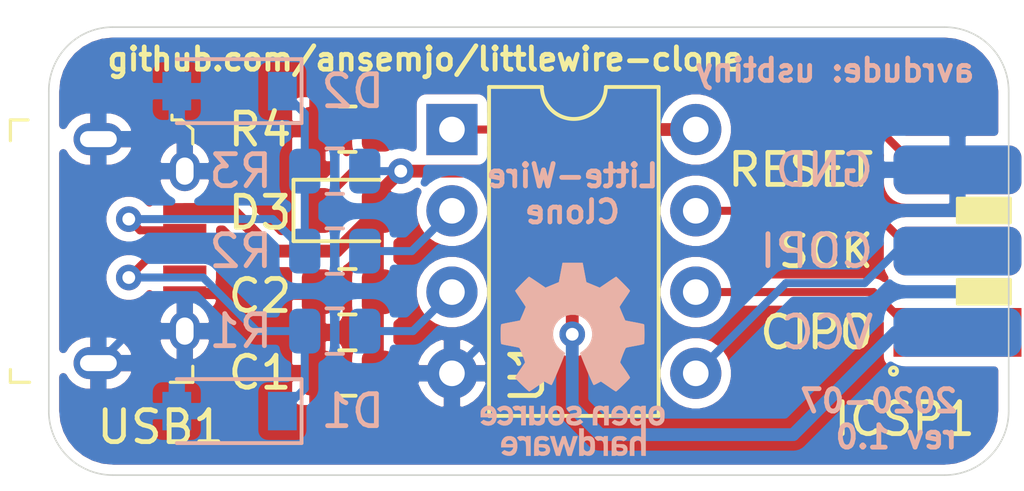
<source format=kicad_pcb>
(kicad_pcb (version 20171130) (host pcbnew 5.1.6)

  (general
    (thickness 1.6)
    (drawings 14)
    (tracks 94)
    (zones 0)
    (modules 13)
    (nets 12)
  )

  (page A4)
  (layers
    (0 F.Cu signal)
    (31 B.Cu signal)
    (32 B.Adhes user)
    (33 F.Adhes user)
    (34 B.Paste user)
    (35 F.Paste user)
    (36 B.SilkS user)
    (37 F.SilkS user)
    (38 B.Mask user)
    (39 F.Mask user)
    (40 Dwgs.User user)
    (41 Cmts.User user)
    (42 Eco1.User user)
    (43 Eco2.User user)
    (44 Edge.Cuts user)
    (45 Margin user)
    (46 B.CrtYd user)
    (47 F.CrtYd user)
    (48 B.Fab user hide)
    (49 F.Fab user hide)
  )

  (setup
    (last_trace_width 0.25)
    (user_trace_width 0.4)
    (trace_clearance 0.2)
    (zone_clearance 0.3)
    (zone_45_only no)
    (trace_min 0.2)
    (via_size 0.8)
    (via_drill 0.4)
    (via_min_size 0.4)
    (via_min_drill 0.3)
    (uvia_size 0.3)
    (uvia_drill 0.1)
    (uvias_allowed no)
    (uvia_min_size 0.2)
    (uvia_min_drill 0.1)
    (edge_width 0.05)
    (segment_width 0.2)
    (pcb_text_width 0.3)
    (pcb_text_size 1.5 1.5)
    (mod_edge_width 0.12)
    (mod_text_size 1 1)
    (mod_text_width 0.15)
    (pad_size 1.524 1.524)
    (pad_drill 0.762)
    (pad_to_mask_clearance 0.05)
    (aux_axis_origin 0 0)
    (grid_origin 50 82.5)
    (visible_elements FFFFFF7F)
    (pcbplotparams
      (layerselection 0x010fc_ffffffff)
      (usegerberextensions false)
      (usegerberattributes true)
      (usegerberadvancedattributes true)
      (creategerberjobfile true)
      (excludeedgelayer true)
      (linewidth 0.100000)
      (plotframeref false)
      (viasonmask false)
      (mode 1)
      (useauxorigin false)
      (hpglpennumber 1)
      (hpglpenspeed 20)
      (hpglpendiameter 15.000000)
      (psnegative false)
      (psa4output false)
      (plotreference true)
      (plotvalue true)
      (plotinvisibletext false)
      (padsonsilk false)
      (subtractmaskfromsilk false)
      (outputformat 1)
      (mirror false)
      (drillshape 1)
      (scaleselection 1)
      (outputdirectory ""))
  )

  (net 0 "")
  (net 1 VCC)
  (net 2 GND)
  (net 3 D+)
  (net 4 D-)
  (net 5 COPI)
  (net 6 CIPO)
  (net 7 SCK)
  (net 8 RESET)
  (net 9 "Net-(R1-Pad2)")
  (net 10 "Net-(R2-Pad2)")
  (net 11 "Net-(D3-Pad1)")

  (net_class Default "This is the default net class."
    (clearance 0.2)
    (trace_width 0.25)
    (via_dia 0.8)
    (via_drill 0.4)
    (uvia_dia 0.3)
    (uvia_drill 0.1)
    (add_net CIPO)
    (add_net COPI)
    (add_net D+)
    (add_net D-)
    (add_net GND)
    (add_net "Net-(D3-Pad1)")
    (add_net "Net-(R1-Pad2)")
    (add_net "Net-(R2-Pad2)")
    (add_net "Net-(USB1-Pad4)")
    (add_net RESET)
    (add_net SCK)
    (add_net VCC)
  )

  (module lwclone:USB_Micro_B_Female_10118194-0001LF (layer F.Cu) (tedit 5D28ADCC) (tstamp 5F011E42)
    (at 54.25 82.5 270)
    (descr http://portal.fciconnect.com/Comergent//fci/drawing/10118194.pdf)
    (path /5F00AF57)
    (attr smd)
    (fp_text reference USB1 (at 5.5 0.75 180) (layer F.SilkS)
      (effects (font (size 1 1) (thickness 0.15)))
    )
    (fp_text value 10118194-0001LF (at 0 7 90) (layer F.Fab)
      (effects (font (size 1 1) (thickness 0.15)))
    )
    (fp_text user %R (at 0 2.84 90) (layer F.Fab)
      (effects (font (size 1 1) (thickness 0.15)))
    )
    (fp_line (start 4.025 5.38) (end 4.025 -0.15) (layer F.Fab) (width 0.1))
    (fp_line (start -4.025 5.38) (end 4.025 5.38) (layer F.Fab) (width 0.1))
    (fp_line (start -4.02 0.23) (end -3.71 -0.15) (layer F.Fab) (width 0.1))
    (fp_line (start 4.02 -0.15) (end -3.71 -0.15) (layer F.Fab) (width 0.1))
    (fp_line (start -4.03 5.38) (end -4.02 0.23) (layer F.Fab) (width 0.1))
    (fp_line (start -4.1 0.4) (end -4.25 0.4) (layer F.SilkS) (width 0.1))
    (fp_line (start -4.1 0.1) (end -4.1 0.4) (layer F.SilkS) (width 0.1))
    (fp_line (start -3.8 -0.25) (end -4.1 0.1) (layer F.SilkS) (width 0.1))
    (fp_line (start -3.35 -0.25) (end -3.8 -0.25) (layer F.SilkS) (width 0.1))
    (fp_line (start 4.1 -0.25) (end 4.1 0.45) (layer F.SilkS) (width 0.1))
    (fp_line (start 3.6 -0.25) (end 4.1 -0.25) (layer F.SilkS) (width 0.1))
    (fp_line (start 4.1 5.45) (end 3.7 5.45) (layer F.SilkS) (width 0.1))
    (fp_line (start 4.1 4.85) (end 4.1 5.45) (layer F.SilkS) (width 0.1))
    (fp_line (start -4.1 5.45) (end -3.45 5.45) (layer F.SilkS) (width 0.1))
    (fp_line (start -4.1 4.9) (end -4.1 5.45) (layer F.SilkS) (width 0.1))
    (fp_line (start -4.5 -1) (end 4.5 -1) (layer F.CrtYd) (width 0.05))
    (fp_line (start -4.5 5.75) (end -4.5 -1) (layer F.CrtYd) (width 0.05))
    (fp_line (start -4.5 5.75) (end 4.5 5.75) (layer F.CrtYd) (width 0.05))
    (fp_line (start 4.5 5.75) (end 4.5 -1) (layer F.CrtYd) (width 0.05))
    (pad SH thru_hole oval (at 3.5 2.7 270) (size 1 1.55) (drill oval 0.5 1.15) (layers *.Cu *.Mask)
      (net 2 GND))
    (pad SH thru_hole oval (at -3.5 2.7 270) (size 1 1.55) (drill oval 0.5 1.15) (layers *.Cu *.Mask)
      (net 2 GND))
    (pad SH thru_hole oval (at -2.5 0 270) (size 1.25 0.95) (drill oval 0.85 0.55) (layers *.Cu *.Mask)
      (net 2 GND))
    (pad SH thru_hole oval (at 2.5 0 270) (size 1.25 0.95) (drill oval 0.85 0.55) (layers *.Cu *.Mask)
      (net 2 GND))
    (pad 1 smd rect (at -1.3 0 270) (size 0.4 1.35) (layers F.Cu F.Paste F.Mask)
      (net 1 VCC))
    (pad 2 smd rect (at -0.65 0 270) (size 0.4 1.35) (layers F.Cu F.Paste F.Mask)
      (net 4 D-))
    (pad 5 smd rect (at 1.3 0 270) (size 0.4 1.35) (layers F.Cu F.Paste F.Mask)
      (net 2 GND))
    (pad 4 smd rect (at 0.65 0 270) (size 0.4 1.35) (layers F.Cu F.Paste F.Mask))
    (pad 3 smd rect (at 0 0 270) (size 0.4 1.35) (layers F.Cu F.Paste F.Mask)
      (net 3 D+))
  )

  (module lwclone:IDC-Edge-Header-Female_2x03_P2.54mm (layer F.Cu) (tedit 5F00D96B) (tstamp 5F00AA7E)
    (at 78.4 77.42)
    (path /5F01371D)
    (fp_text reference ICSP1 (at -1.65 10.33) (layer F.SilkS)
      (effects (font (size 1 1) (thickness 0.15)))
    )
    (fp_text value AVR-ISP-6-Female-Edge (at 0 -0.5) (layer F.Fab)
      (effects (font (size 1 1) (thickness 0.15)))
    )
    (fp_poly (pts (xy 1.651 4.191) (xy 0 4.191) (xy 0 3.429) (xy 1.651 3.429)) (layer F.SilkS) (width 0.1))
    (fp_poly (pts (xy 1.651 6.731) (xy 0 6.731) (xy 0 5.969) (xy 1.651 5.969)) (layer F.SilkS) (width 0.1))
    (fp_text user VCC (at -2.54 7.62) (layer B.SilkS)
      (effects (font (size 1 1) (thickness 0.15)) (justify left mirror))
    )
    (fp_text user COPI (at -2.54 5.08) (layer B.SilkS)
      (effects (font (size 1 1) (thickness 0.15)) (justify left mirror))
    )
    (fp_text user GND (at -2.54 2.54) (layer B.SilkS)
      (effects (font (size 1 1) (thickness 0.15)) (justify left mirror))
    )
    (fp_text user RESET (at -2.54 2.54) (layer F.SilkS)
      (effects (font (size 1 1) (thickness 0.15)) (justify right))
    )
    (fp_text user SCK (at -2.54 5.08) (layer F.SilkS)
      (effects (font (size 1 1) (thickness 0.15)) (justify right))
    )
    (fp_text user CIPO (at -2.54 7.62) (layer F.SilkS)
      (effects (font (size 1 1) (thickness 0.15)) (justify right))
    )
    (pad 2 connect roundrect (at 0 7.62) (size 4 1.524) (layers B.Cu B.Mask) (roundrect_rratio 0.25)
      (net 1 VCC))
    (pad 4 connect roundrect (at 0 5.08) (size 4 1.524) (layers B.Cu B.Mask) (roundrect_rratio 0.25)
      (net 5 COPI))
    (pad 6 connect roundrect (at 0 2.54) (size 4 1.524) (layers B.Cu B.Mask) (roundrect_rratio 0.25)
      (net 2 GND))
    (pad 1 connect rect (at 0 7.62) (size 4 1.524) (layers F.Cu F.Mask)
      (net 6 CIPO))
    (pad 3 connect roundrect (at 0 5.08) (size 4 1.524) (layers F.Cu F.Mask) (roundrect_rratio 0.25)
      (net 7 SCK))
    (pad 5 connect roundrect (at 0 2.54) (size 4 1.524) (layers F.Cu F.Mask) (roundrect_rratio 0.25)
      (net 8 RESET))
  )

  (module Symbol:OSHW-Logo_5.7x6mm_SilkScreen (layer B.Cu) (tedit 0) (tstamp 5F014C6E)
    (at 66.377376 85.879481 180)
    (descr "Open Source Hardware Logo")
    (tags "Logo OSHW")
    (attr virtual)
    (fp_text reference REF** (at 0 0) (layer B.SilkS) hide
      (effects (font (size 1 1) (thickness 0.15)) (justify mirror))
    )
    (fp_text value OSHW-Logo_5.7x6mm_SilkScreen (at 0.75 0) (layer B.Fab) hide
      (effects (font (size 1 1) (thickness 0.15)) (justify mirror))
    )
    (fp_poly (pts (xy -1.908759 -1.469184) (xy -1.882247 -1.482282) (xy -1.849553 -1.505106) (xy -1.825725 -1.529996)
      (xy -1.809406 -1.561249) (xy -1.79924 -1.603166) (xy -1.793872 -1.660044) (xy -1.791944 -1.736184)
      (xy -1.791831 -1.768917) (xy -1.792161 -1.840656) (xy -1.793527 -1.891927) (xy -1.7965 -1.927404)
      (xy -1.801649 -1.951763) (xy -1.809543 -1.96968) (xy -1.817757 -1.981902) (xy -1.870187 -2.033905)
      (xy -1.93193 -2.065184) (xy -1.998536 -2.074592) (xy -2.065558 -2.06098) (xy -2.086792 -2.051354)
      (xy -2.137624 -2.024859) (xy -2.137624 -2.440052) (xy -2.100525 -2.420868) (xy -2.051643 -2.406025)
      (xy -1.991561 -2.402222) (xy -1.931564 -2.409243) (xy -1.886256 -2.425013) (xy -1.848675 -2.455047)
      (xy -1.816564 -2.498024) (xy -1.81415 -2.502436) (xy -1.803967 -2.523221) (xy -1.79653 -2.54417)
      (xy -1.791411 -2.569548) (xy -1.788181 -2.603618) (xy -1.786413 -2.650641) (xy -1.785677 -2.714882)
      (xy -1.785544 -2.787176) (xy -1.785544 -3.017822) (xy -1.923861 -3.017822) (xy -1.923861 -2.592533)
      (xy -1.962549 -2.559979) (xy -2.002738 -2.53394) (xy -2.040797 -2.529205) (xy -2.079066 -2.541389)
      (xy -2.099462 -2.55332) (xy -2.114642 -2.570313) (xy -2.125438 -2.595995) (xy -2.132683 -2.633991)
      (xy -2.137208 -2.687926) (xy -2.139844 -2.761425) (xy -2.140772 -2.810347) (xy -2.143911 -3.011535)
      (xy -2.209926 -3.015336) (xy -2.27594 -3.019136) (xy -2.27594 -1.77065) (xy -2.137624 -1.77065)
      (xy -2.134097 -1.840254) (xy -2.122215 -1.888569) (xy -2.10002 -1.918631) (xy -2.065559 -1.933471)
      (xy -2.030742 -1.936436) (xy -1.991329 -1.933028) (xy -1.965171 -1.919617) (xy -1.948814 -1.901896)
      (xy -1.935937 -1.882835) (xy -1.928272 -1.861601) (xy -1.924861 -1.831849) (xy -1.924749 -1.787236)
      (xy -1.925897 -1.74988) (xy -1.928532 -1.693604) (xy -1.932456 -1.656658) (xy -1.939063 -1.633223)
      (xy -1.949749 -1.61748) (xy -1.959833 -1.60838) (xy -2.00197 -1.588537) (xy -2.05184 -1.585332)
      (xy -2.080476 -1.592168) (xy -2.108828 -1.616464) (xy -2.127609 -1.663728) (xy -2.136712 -1.733624)
      (xy -2.137624 -1.77065) (xy -2.27594 -1.77065) (xy -2.27594 -1.458614) (xy -2.206782 -1.458614)
      (xy -2.16526 -1.460256) (xy -2.143838 -1.466087) (xy -2.137626 -1.477461) (xy -2.137624 -1.477798)
      (xy -2.134742 -1.488938) (xy -2.12203 -1.487673) (xy -2.096757 -1.475433) (xy -2.037869 -1.456707)
      (xy -1.971615 -1.454739) (xy -1.908759 -1.469184)) (layer B.SilkS) (width 0.01))
    (fp_poly (pts (xy -1.38421 -2.406555) (xy -1.325055 -2.422339) (xy -1.280023 -2.450948) (xy -1.248246 -2.488419)
      (xy -1.238366 -2.504411) (xy -1.231073 -2.521163) (xy -1.225974 -2.542592) (xy -1.222679 -2.572616)
      (xy -1.220797 -2.615154) (xy -1.219937 -2.674122) (xy -1.219707 -2.75344) (xy -1.219703 -2.774484)
      (xy -1.219703 -3.017822) (xy -1.280059 -3.017822) (xy -1.318557 -3.015126) (xy -1.347023 -3.008295)
      (xy -1.354155 -3.004083) (xy -1.373652 -2.996813) (xy -1.393566 -3.004083) (xy -1.426353 -3.01316)
      (xy -1.473978 -3.016813) (xy -1.526764 -3.015228) (xy -1.575036 -3.008589) (xy -1.603218 -3.000072)
      (xy -1.657753 -2.965063) (xy -1.691835 -2.916479) (xy -1.707157 -2.851882) (xy -1.707299 -2.850223)
      (xy -1.705955 -2.821566) (xy -1.584356 -2.821566) (xy -1.573726 -2.854161) (xy -1.55641 -2.872505)
      (xy -1.521652 -2.886379) (xy -1.475773 -2.891917) (xy -1.428988 -2.889191) (xy -1.391514 -2.878274)
      (xy -1.381015 -2.871269) (xy -1.362668 -2.838904) (xy -1.35802 -2.802111) (xy -1.35802 -2.753763)
      (xy -1.427582 -2.753763) (xy -1.493667 -2.75885) (xy -1.543764 -2.773263) (xy -1.574929 -2.795729)
      (xy -1.584356 -2.821566) (xy -1.705955 -2.821566) (xy -1.703987 -2.779647) (xy -1.68071 -2.723845)
      (xy -1.636948 -2.681647) (xy -1.630899 -2.677808) (xy -1.604907 -2.665309) (xy -1.572735 -2.65774)
      (xy -1.52776 -2.654061) (xy -1.474331 -2.653216) (xy -1.35802 -2.653169) (xy -1.35802 -2.604411)
      (xy -1.362953 -2.566581) (xy -1.375543 -2.541236) (xy -1.377017 -2.539887) (xy -1.405034 -2.5288)
      (xy -1.447326 -2.524503) (xy -1.494064 -2.526615) (xy -1.535418 -2.534756) (xy -1.559957 -2.546965)
      (xy -1.573253 -2.556746) (xy -1.587294 -2.558613) (xy -1.606671 -2.5506) (xy -1.635976 -2.530739)
      (xy -1.679803 -2.497063) (xy -1.683825 -2.493909) (xy -1.681764 -2.482236) (xy -1.664568 -2.462822)
      (xy -1.638433 -2.441248) (xy -1.609552 -2.423096) (xy -1.600478 -2.418809) (xy -1.56738 -2.410256)
      (xy -1.51888 -2.404155) (xy -1.464695 -2.401708) (xy -1.462161 -2.401703) (xy -1.38421 -2.406555)) (layer B.SilkS) (width 0.01))
    (fp_poly (pts (xy -0.993356 -2.40302) (xy -0.974539 -2.40866) (xy -0.968473 -2.421053) (xy -0.968218 -2.426647)
      (xy -0.967129 -2.44223) (xy -0.959632 -2.444676) (xy -0.939381 -2.433993) (xy -0.927351 -2.426694)
      (xy -0.8894 -2.411063) (xy -0.844072 -2.403334) (xy -0.796544 -2.40274) (xy -0.751995 -2.408513)
      (xy -0.715602 -2.419884) (xy -0.692543 -2.436088) (xy -0.687996 -2.456355) (xy -0.690291 -2.461843)
      (xy -0.70702 -2.484626) (xy -0.732963 -2.512647) (xy -0.737655 -2.517177) (xy -0.762383 -2.538005)
      (xy -0.783718 -2.544735) (xy -0.813555 -2.540038) (xy -0.825508 -2.536917) (xy -0.862705 -2.529421)
      (xy -0.888859 -2.532792) (xy -0.910946 -2.544681) (xy -0.931178 -2.560635) (xy -0.946079 -2.5807)
      (xy -0.956434 -2.608702) (xy -0.963029 -2.648467) (xy -0.966649 -2.703823) (xy -0.968078 -2.778594)
      (xy -0.968218 -2.82374) (xy -0.968218 -3.017822) (xy -1.09396 -3.017822) (xy -1.09396 -2.401683)
      (xy -1.031089 -2.401683) (xy -0.993356 -2.40302)) (layer B.SilkS) (width 0.01))
    (fp_poly (pts (xy -0.201188 -3.017822) (xy -0.270346 -3.017822) (xy -0.310488 -3.016645) (xy -0.331394 -3.011772)
      (xy -0.338922 -3.001186) (xy -0.339505 -2.994029) (xy -0.340774 -2.979676) (xy -0.348779 -2.976923)
      (xy -0.369815 -2.985771) (xy -0.386173 -2.994029) (xy -0.448977 -3.013597) (xy -0.517248 -3.014729)
      (xy -0.572752 -3.000135) (xy -0.624438 -2.964877) (xy -0.663838 -2.912835) (xy -0.685413 -2.85145)
      (xy -0.685962 -2.848018) (xy -0.689167 -2.810571) (xy -0.690761 -2.756813) (xy -0.690633 -2.716155)
      (xy -0.553279 -2.716155) (xy -0.550097 -2.770194) (xy -0.542859 -2.814735) (xy -0.53306 -2.839888)
      (xy -0.495989 -2.87426) (xy -0.451974 -2.886582) (xy -0.406584 -2.876618) (xy -0.367797 -2.846895)
      (xy -0.353108 -2.826905) (xy -0.344519 -2.80305) (xy -0.340496 -2.76823) (xy -0.339505 -2.71593)
      (xy -0.341278 -2.664139) (xy -0.345963 -2.618634) (xy -0.352603 -2.588181) (xy -0.35371 -2.585452)
      (xy -0.380491 -2.553) (xy -0.419579 -2.535183) (xy -0.463315 -2.532306) (xy -0.504038 -2.544674)
      (xy -0.534087 -2.572593) (xy -0.537204 -2.578148) (xy -0.546961 -2.612022) (xy -0.552277 -2.660728)
      (xy -0.553279 -2.716155) (xy -0.690633 -2.716155) (xy -0.690568 -2.69554) (xy -0.689664 -2.662563)
      (xy -0.683514 -2.580981) (xy -0.670733 -2.51973) (xy -0.649471 -2.474449) (xy -0.617878 -2.440779)
      (xy -0.587207 -2.421014) (xy -0.544354 -2.40712) (xy -0.491056 -2.402354) (xy -0.43648 -2.406236)
      (xy -0.389792 -2.418282) (xy -0.365124 -2.432693) (xy -0.339505 -2.455878) (xy -0.339505 -2.162773)
      (xy -0.201188 -2.162773) (xy -0.201188 -3.017822)) (layer B.SilkS) (width 0.01))
    (fp_poly (pts (xy 0.281524 -2.404237) (xy 0.331255 -2.407971) (xy 0.461291 -2.797773) (xy 0.481678 -2.728614)
      (xy 0.493946 -2.685874) (xy 0.510085 -2.628115) (xy 0.527512 -2.564625) (xy 0.536726 -2.53057)
      (xy 0.571388 -2.401683) (xy 0.714391 -2.401683) (xy 0.671646 -2.536857) (xy 0.650596 -2.603342)
      (xy 0.625167 -2.683539) (xy 0.59861 -2.767193) (xy 0.574902 -2.841782) (xy 0.520902 -3.011535)
      (xy 0.462598 -3.015328) (xy 0.404295 -3.019122) (xy 0.372679 -2.914734) (xy 0.353182 -2.849889)
      (xy 0.331904 -2.7784) (xy 0.313308 -2.715263) (xy 0.312574 -2.71275) (xy 0.298684 -2.669969)
      (xy 0.286429 -2.640779) (xy 0.277846 -2.629741) (xy 0.276082 -2.631018) (xy 0.269891 -2.64813)
      (xy 0.258128 -2.684787) (xy 0.242225 -2.736378) (xy 0.223614 -2.798294) (xy 0.213543 -2.832352)
      (xy 0.159007 -3.017822) (xy 0.043264 -3.017822) (xy -0.049263 -2.725471) (xy -0.075256 -2.643462)
      (xy -0.098934 -2.568987) (xy -0.11918 -2.505544) (xy -0.134874 -2.456632) (xy -0.144898 -2.425749)
      (xy -0.147945 -2.416726) (xy -0.145533 -2.407487) (xy -0.126592 -2.403441) (xy -0.087177 -2.403846)
      (xy -0.081007 -2.404152) (xy -0.007914 -2.407971) (xy 0.039957 -2.58401) (xy 0.057553 -2.648211)
      (xy 0.073277 -2.704649) (xy 0.085746 -2.748422) (xy 0.093574 -2.77463) (xy 0.09502 -2.778903)
      (xy 0.101014 -2.77399) (xy 0.113101 -2.748532) (xy 0.129893 -2.705997) (xy 0.150003 -2.64985)
      (xy 0.167003 -2.59913) (xy 0.231794 -2.400504) (xy 0.281524 -2.404237)) (layer B.SilkS) (width 0.01))
    (fp_poly (pts (xy 1.038411 -2.405417) (xy 1.091411 -2.41829) (xy 1.106731 -2.42511) (xy 1.136428 -2.442974)
      (xy 1.15922 -2.463093) (xy 1.176083 -2.488962) (xy 1.187998 -2.524073) (xy 1.195942 -2.57192)
      (xy 1.200894 -2.635996) (xy 1.203831 -2.719794) (xy 1.204947 -2.775768) (xy 1.209052 -3.017822)
      (xy 1.138932 -3.017822) (xy 1.096393 -3.016038) (xy 1.074476 -3.009942) (xy 1.068812 -2.999706)
      (xy 1.065821 -2.988637) (xy 1.052451 -2.990754) (xy 1.034233 -2.999629) (xy 0.988624 -3.013233)
      (xy 0.930007 -3.016899) (xy 0.868354 -3.010903) (xy 0.813638 -2.995521) (xy 0.80873 -2.993386)
      (xy 0.758723 -2.958255) (xy 0.725756 -2.909419) (xy 0.710587 -2.852333) (xy 0.711746 -2.831824)
      (xy 0.835508 -2.831824) (xy 0.846413 -2.859425) (xy 0.878745 -2.879204) (xy 0.93091 -2.889819)
      (xy 0.958787 -2.891228) (xy 1.005247 -2.88762) (xy 1.036129 -2.873597) (xy 1.043664 -2.866931)
      (xy 1.064076 -2.830666) (xy 1.068812 -2.797773) (xy 1.068812 -2.753763) (xy 1.007513 -2.753763)
      (xy 0.936256 -2.757395) (xy 0.886276 -2.768818) (xy 0.854696 -2.788824) (xy 0.847626 -2.797743)
      (xy 0.835508 -2.831824) (xy 0.711746 -2.831824) (xy 0.713971 -2.792456) (xy 0.736663 -2.735244)
      (xy 0.767624 -2.69658) (xy 0.786376 -2.679864) (xy 0.804733 -2.668878) (xy 0.828619 -2.66218)
      (xy 0.863957 -2.658326) (xy 0.916669 -2.655873) (xy 0.937577 -2.655168) (xy 1.068812 -2.650879)
      (xy 1.06862 -2.611158) (xy 1.063537 -2.569405) (xy 1.045162 -2.544158) (xy 1.008039 -2.52803)
      (xy 1.007043 -2.527742) (xy 0.95441 -2.5214) (xy 0.902906 -2.529684) (xy 0.86463 -2.549827)
      (xy 0.849272 -2.559773) (xy 0.83273 -2.558397) (xy 0.807275 -2.543987) (xy 0.792328 -2.533817)
      (xy 0.763091 -2.512088) (xy 0.74498 -2.4958) (xy 0.742074 -2.491137) (xy 0.75404 -2.467005)
      (xy 0.789396 -2.438185) (xy 0.804753 -2.428461) (xy 0.848901 -2.411714) (xy 0.908398 -2.402227)
      (xy 0.974487 -2.400095) (xy 1.038411 -2.405417)) (layer B.SilkS) (width 0.01))
    (fp_poly (pts (xy 1.635255 -2.401486) (xy 1.683595 -2.411015) (xy 1.711114 -2.425125) (xy 1.740064 -2.448568)
      (xy 1.698876 -2.500571) (xy 1.673482 -2.532064) (xy 1.656238 -2.547428) (xy 1.639102 -2.549776)
      (xy 1.614027 -2.542217) (xy 1.602257 -2.537941) (xy 1.55427 -2.531631) (xy 1.510324 -2.545156)
      (xy 1.47806 -2.57571) (xy 1.472819 -2.585452) (xy 1.467112 -2.611258) (xy 1.462706 -2.658817)
      (xy 1.459811 -2.724758) (xy 1.458631 -2.80571) (xy 1.458614 -2.817226) (xy 1.458614 -3.017822)
      (xy 1.320297 -3.017822) (xy 1.320297 -2.401683) (xy 1.389456 -2.401683) (xy 1.429333 -2.402725)
      (xy 1.450107 -2.407358) (xy 1.457789 -2.417849) (xy 1.458614 -2.427745) (xy 1.458614 -2.453806)
      (xy 1.491745 -2.427745) (xy 1.529735 -2.409965) (xy 1.58077 -2.401174) (xy 1.635255 -2.401486)) (layer B.SilkS) (width 0.01))
    (fp_poly (pts (xy 2.032581 -2.40497) (xy 2.092685 -2.420597) (xy 2.143021 -2.452848) (xy 2.167393 -2.47694)
      (xy 2.207345 -2.533895) (xy 2.230242 -2.599965) (xy 2.238108 -2.681182) (xy 2.238148 -2.687748)
      (xy 2.238218 -2.753763) (xy 1.858264 -2.753763) (xy 1.866363 -2.788342) (xy 1.880987 -2.819659)
      (xy 1.906581 -2.852291) (xy 1.911935 -2.8575) (xy 1.957943 -2.885694) (xy 2.01041 -2.890475)
      (xy 2.070803 -2.871926) (xy 2.08104 -2.866931) (xy 2.112439 -2.851745) (xy 2.13347 -2.843094)
      (xy 2.137139 -2.842293) (xy 2.149948 -2.850063) (xy 2.174378 -2.869072) (xy 2.186779 -2.87946)
      (xy 2.212476 -2.903321) (xy 2.220915 -2.919077) (xy 2.215058 -2.933571) (xy 2.211928 -2.937534)
      (xy 2.190725 -2.954879) (xy 2.155738 -2.975959) (xy 2.131337 -2.988265) (xy 2.062072 -3.009946)
      (xy 1.985388 -3.016971) (xy 1.912765 -3.008647) (xy 1.892426 -3.002686) (xy 1.829476 -2.968952)
      (xy 1.782815 -2.917045) (xy 1.752173 -2.846459) (xy 1.737282 -2.756692) (xy 1.735647 -2.709753)
      (xy 1.740421 -2.641413) (xy 1.86099 -2.641413) (xy 1.872652 -2.646465) (xy 1.903998 -2.650429)
      (xy 1.949571 -2.652768) (xy 1.980446 -2.653169) (xy 2.035981 -2.652783) (xy 2.071033 -2.650975)
      (xy 2.090262 -2.646773) (xy 2.09833 -2.639203) (xy 2.099901 -2.628218) (xy 2.089121 -2.594381)
      (xy 2.06198 -2.56094) (xy 2.026277 -2.535272) (xy 1.99056 -2.524772) (xy 1.942048 -2.534086)
      (xy 1.900053 -2.561013) (xy 1.870936 -2.599827) (xy 1.86099 -2.641413) (xy 1.740421 -2.641413)
      (xy 1.742599 -2.610236) (xy 1.764055 -2.530949) (xy 1.80047 -2.471263) (xy 1.852297 -2.430549)
      (xy 1.91999 -2.408179) (xy 1.956662 -2.403871) (xy 2.032581 -2.40497)) (layer B.SilkS) (width 0.01))
    (fp_poly (pts (xy -2.538261 -1.465148) (xy -2.472479 -1.494231) (xy -2.42254 -1.542793) (xy -2.388374 -1.610908)
      (xy -2.369907 -1.698651) (xy -2.368583 -1.712351) (xy -2.367546 -1.808939) (xy -2.380993 -1.893602)
      (xy -2.408108 -1.962221) (xy -2.422627 -1.984294) (xy -2.473201 -2.031011) (xy -2.537609 -2.061268)
      (xy -2.609666 -2.073824) (xy -2.683185 -2.067439) (xy -2.739072 -2.047772) (xy -2.787132 -2.014629)
      (xy -2.826412 -1.971175) (xy -2.827092 -1.970158) (xy -2.843044 -1.943338) (xy -2.85341 -1.916368)
      (xy -2.859688 -1.882332) (xy -2.863373 -1.83431) (xy -2.864997 -1.794931) (xy -2.865672 -1.759219)
      (xy -2.739955 -1.759219) (xy -2.738726 -1.79477) (xy -2.734266 -1.842094) (xy -2.726397 -1.872465)
      (xy -2.712207 -1.894072) (xy -2.698917 -1.906694) (xy -2.651802 -1.933122) (xy -2.602505 -1.936653)
      (xy -2.556593 -1.917639) (xy -2.533638 -1.896331) (xy -2.517096 -1.874859) (xy -2.507421 -1.854313)
      (xy -2.503174 -1.827574) (xy -2.50292 -1.787523) (xy -2.504228 -1.750638) (xy -2.507043 -1.697947)
      (xy -2.511505 -1.663772) (xy -2.519548 -1.64148) (xy -2.533103 -1.624442) (xy -2.543845 -1.614703)
      (xy -2.588777 -1.589123) (xy -2.637249 -1.587847) (xy -2.677894 -1.602999) (xy -2.712567 -1.634642)
      (xy -2.733224 -1.68662) (xy -2.739955 -1.759219) (xy -2.865672 -1.759219) (xy -2.866479 -1.716621)
      (xy -2.863948 -1.658056) (xy -2.856362 -1.614007) (xy -2.842681 -1.579248) (xy -2.821865 -1.548551)
      (xy -2.814147 -1.539436) (xy -2.765889 -1.494021) (xy -2.714128 -1.467493) (xy -2.650828 -1.456379)
      (xy -2.619961 -1.455471) (xy -2.538261 -1.465148)) (layer B.SilkS) (width 0.01))
    (fp_poly (pts (xy -1.356699 -1.472614) (xy -1.344168 -1.478514) (xy -1.300799 -1.510283) (xy -1.25979 -1.556646)
      (xy -1.229168 -1.607696) (xy -1.220459 -1.631166) (xy -1.212512 -1.673091) (xy -1.207774 -1.723757)
      (xy -1.207199 -1.744679) (xy -1.207129 -1.810693) (xy -1.587083 -1.810693) (xy -1.578983 -1.845273)
      (xy -1.559104 -1.88617) (xy -1.524347 -1.921514) (xy -1.482998 -1.944282) (xy -1.456649 -1.94901)
      (xy -1.420916 -1.943273) (xy -1.378282 -1.928882) (xy -1.363799 -1.922262) (xy -1.31024 -1.895513)
      (xy -1.264533 -1.930376) (xy -1.238158 -1.953955) (xy -1.224124 -1.973417) (xy -1.223414 -1.979129)
      (xy -1.235951 -1.992973) (xy -1.263428 -2.014012) (xy -1.288366 -2.030425) (xy -1.355664 -2.05993)
      (xy -1.43111 -2.073284) (xy -1.505888 -2.069812) (xy -1.565495 -2.051663) (xy -1.626941 -2.012784)
      (xy -1.670608 -1.961595) (xy -1.697926 -1.895367) (xy -1.710322 -1.811371) (xy -1.711421 -1.772936)
      (xy -1.707022 -1.684861) (xy -1.706482 -1.682299) (xy -1.580582 -1.682299) (xy -1.577115 -1.690558)
      (xy -1.562863 -1.695113) (xy -1.53347 -1.697065) (xy -1.484575 -1.697517) (xy -1.465748 -1.697525)
      (xy -1.408467 -1.696843) (xy -1.372141 -1.694364) (xy -1.352604 -1.689443) (xy -1.34569 -1.681434)
      (xy -1.345445 -1.678862) (xy -1.353336 -1.658423) (xy -1.373085 -1.629789) (xy -1.381575 -1.619763)
      (xy -1.413094 -1.591408) (xy -1.445949 -1.580259) (xy -1.463651 -1.579327) (xy -1.511539 -1.590981)
      (xy -1.551699 -1.622285) (xy -1.577173 -1.667752) (xy -1.577625 -1.669233) (xy -1.580582 -1.682299)
      (xy -1.706482 -1.682299) (xy -1.692392 -1.61551) (xy -1.666038 -1.560025) (xy -1.633807 -1.520639)
      (xy -1.574217 -1.477931) (xy -1.504168 -1.455109) (xy -1.429661 -1.453046) (xy -1.356699 -1.472614)) (layer B.SilkS) (width 0.01))
    (fp_poly (pts (xy 0.014017 -1.456452) (xy 0.061634 -1.465482) (xy 0.111034 -1.48437) (xy 0.116312 -1.486777)
      (xy 0.153774 -1.506476) (xy 0.179717 -1.524781) (xy 0.188103 -1.536508) (xy 0.180117 -1.555632)
      (xy 0.16072 -1.58385) (xy 0.15211 -1.594384) (xy 0.116628 -1.635847) (xy 0.070885 -1.608858)
      (xy 0.02735 -1.590878) (xy -0.02295 -1.581267) (xy -0.071188 -1.58066) (xy -0.108533 -1.589691)
      (xy -0.117495 -1.595327) (xy -0.134563 -1.621171) (xy -0.136637 -1.650941) (xy -0.123866 -1.674197)
      (xy -0.116312 -1.678708) (xy -0.093675 -1.684309) (xy -0.053885 -1.690892) (xy -0.004834 -1.697183)
      (xy 0.004215 -1.69817) (xy 0.082996 -1.711798) (xy 0.140136 -1.734946) (xy 0.17803 -1.769752)
      (xy 0.199079 -1.818354) (xy 0.205635 -1.877718) (xy 0.196577 -1.945198) (xy 0.167164 -1.998188)
      (xy 0.117278 -2.036783) (xy 0.0468 -2.061081) (xy -0.031435 -2.070667) (xy -0.095234 -2.070552)
      (xy -0.146984 -2.061845) (xy -0.182327 -2.049825) (xy -0.226983 -2.02888) (xy -0.268253 -2.004574)
      (xy -0.282921 -1.993876) (xy -0.320643 -1.963084) (xy -0.275148 -1.917049) (xy -0.229653 -1.871013)
      (xy -0.177928 -1.905243) (xy -0.126048 -1.930952) (xy -0.070649 -1.944399) (xy -0.017395 -1.945818)
      (xy 0.028049 -1.935443) (xy 0.060016 -1.913507) (xy 0.070338 -1.894998) (xy 0.068789 -1.865314)
      (xy 0.04314 -1.842615) (xy -0.00654 -1.82694) (xy -0.060969 -1.819695) (xy -0.144736 -1.805873)
      (xy -0.206967 -1.779796) (xy -0.248493 -1.740699) (xy -0.270147 -1.68782) (xy -0.273147 -1.625126)
      (xy -0.258329 -1.559642) (xy -0.224546 -1.510144) (xy -0.171495 -1.476408) (xy -0.098874 -1.458207)
      (xy -0.045072 -1.454639) (xy 0.014017 -1.456452)) (layer B.SilkS) (width 0.01))
    (fp_poly (pts (xy 0.610762 -1.466055) (xy 0.674363 -1.500692) (xy 0.724123 -1.555372) (xy 0.747568 -1.599842)
      (xy 0.757634 -1.639121) (xy 0.764156 -1.695116) (xy 0.766951 -1.759621) (xy 0.765836 -1.824429)
      (xy 0.760626 -1.881334) (xy 0.754541 -1.911727) (xy 0.734014 -1.953306) (xy 0.698463 -1.997468)
      (xy 0.655619 -2.036087) (xy 0.613211 -2.061034) (xy 0.612177 -2.06143) (xy 0.559553 -2.072331)
      (xy 0.497188 -2.072601) (xy 0.437924 -2.062676) (xy 0.41504 -2.054722) (xy 0.356102 -2.0213)
      (xy 0.31389 -1.977511) (xy 0.286156 -1.919538) (xy 0.270651 -1.843565) (xy 0.267143 -1.803771)
      (xy 0.26759 -1.753766) (xy 0.402376 -1.753766) (xy 0.406917 -1.826732) (xy 0.419986 -1.882334)
      (xy 0.440756 -1.917861) (xy 0.455552 -1.92802) (xy 0.493464 -1.935104) (xy 0.538527 -1.933007)
      (xy 0.577487 -1.922812) (xy 0.587704 -1.917204) (xy 0.614659 -1.884538) (xy 0.632451 -1.834545)
      (xy 0.640024 -1.773705) (xy 0.636325 -1.708497) (xy 0.628057 -1.669253) (xy 0.60432 -1.623805)
      (xy 0.566849 -1.595396) (xy 0.52172 -1.585573) (xy 0.475011 -1.595887) (xy 0.439132 -1.621112)
      (xy 0.420277 -1.641925) (xy 0.409272 -1.662439) (xy 0.404026 -1.690203) (xy 0.402449 -1.732762)
      (xy 0.402376 -1.753766) (xy 0.26759 -1.753766) (xy 0.268094 -1.69758) (xy 0.285388 -1.610501)
      (xy 0.319029 -1.54253) (xy 0.369018 -1.493664) (xy 0.435356 -1.463899) (xy 0.449601 -1.460448)
      (xy 0.53521 -1.452345) (xy 0.610762 -1.466055)) (layer B.SilkS) (width 0.01))
    (fp_poly (pts (xy 0.993367 -1.654342) (xy 0.994555 -1.746563) (xy 0.998897 -1.81661) (xy 1.007558 -1.867381)
      (xy 1.021704 -1.901772) (xy 1.0425 -1.922679) (xy 1.07111 -1.933) (xy 1.106535 -1.935636)
      (xy 1.143636 -1.932682) (xy 1.171818 -1.921889) (xy 1.192243 -1.90036) (xy 1.206079 -1.865199)
      (xy 1.214491 -1.81351) (xy 1.218643 -1.742394) (xy 1.219703 -1.654342) (xy 1.219703 -1.458614)
      (xy 1.35802 -1.458614) (xy 1.35802 -2.062179) (xy 1.288862 -2.062179) (xy 1.24717 -2.060489)
      (xy 1.225701 -2.054556) (xy 1.219703 -2.043293) (xy 1.216091 -2.033261) (xy 1.201714 -2.035383)
      (xy 1.172736 -2.04958) (xy 1.106319 -2.07148) (xy 1.035875 -2.069928) (xy 0.968377 -2.046147)
      (xy 0.936233 -2.027362) (xy 0.911715 -2.007022) (xy 0.893804 -1.981573) (xy 0.881479 -1.947458)
      (xy 0.873723 -1.901121) (xy 0.869516 -1.839007) (xy 0.86784 -1.757561) (xy 0.867624 -1.694578)
      (xy 0.867624 -1.458614) (xy 0.993367 -1.458614) (xy 0.993367 -1.654342)) (layer B.SilkS) (width 0.01))
    (fp_poly (pts (xy 2.217226 -1.46388) (xy 2.29008 -1.49483) (xy 2.313027 -1.509895) (xy 2.342354 -1.533048)
      (xy 2.360764 -1.551253) (xy 2.363961 -1.557183) (xy 2.354935 -1.57034) (xy 2.331837 -1.592667)
      (xy 2.313344 -1.60825) (xy 2.262728 -1.648926) (xy 2.22276 -1.615295) (xy 2.191874 -1.593584)
      (xy 2.161759 -1.58609) (xy 2.127292 -1.58792) (xy 2.072561 -1.601528) (xy 2.034886 -1.629772)
      (xy 2.011991 -1.675433) (xy 2.001597 -1.741289) (xy 2.001595 -1.741331) (xy 2.002494 -1.814939)
      (xy 2.016463 -1.868946) (xy 2.044328 -1.905716) (xy 2.063325 -1.918168) (xy 2.113776 -1.933673)
      (xy 2.167663 -1.933683) (xy 2.214546 -1.918638) (xy 2.225644 -1.911287) (xy 2.253476 -1.892511)
      (xy 2.275236 -1.889434) (xy 2.298704 -1.903409) (xy 2.324649 -1.92851) (xy 2.365716 -1.97088)
      (xy 2.320121 -2.008464) (xy 2.249674 -2.050882) (xy 2.170233 -2.071785) (xy 2.087215 -2.070272)
      (xy 2.032694 -2.056411) (xy 1.96897 -2.022135) (xy 1.918005 -1.968212) (xy 1.894851 -1.930149)
      (xy 1.876099 -1.875536) (xy 1.866715 -1.806369) (xy 1.866643 -1.731407) (xy 1.875824 -1.659409)
      (xy 1.894199 -1.599137) (xy 1.897093 -1.592958) (xy 1.939952 -1.532351) (xy 1.997979 -1.488224)
      (xy 2.066591 -1.461493) (xy 2.141201 -1.453073) (xy 2.217226 -1.46388)) (layer B.SilkS) (width 0.01))
    (fp_poly (pts (xy 2.677898 -1.456457) (xy 2.710096 -1.464279) (xy 2.771825 -1.492921) (xy 2.82461 -1.536667)
      (xy 2.861141 -1.589117) (xy 2.86616 -1.600893) (xy 2.873045 -1.63174) (xy 2.877864 -1.677371)
      (xy 2.879505 -1.723492) (xy 2.879505 -1.810693) (xy 2.697178 -1.810693) (xy 2.621979 -1.810978)
      (xy 2.569003 -1.812704) (xy 2.535325 -1.817181) (xy 2.51802 -1.82572) (xy 2.514163 -1.83963)
      (xy 2.520829 -1.860222) (xy 2.53277 -1.884315) (xy 2.56608 -1.924525) (xy 2.612368 -1.944558)
      (xy 2.668944 -1.943905) (xy 2.733031 -1.922101) (xy 2.788417 -1.895193) (xy 2.834375 -1.931532)
      (xy 2.880333 -1.967872) (xy 2.837096 -2.007819) (xy 2.779374 -2.045563) (xy 2.708386 -2.06832)
      (xy 2.632029 -2.074688) (xy 2.558199 -2.063268) (xy 2.546287 -2.059393) (xy 2.481399 -2.025506)
      (xy 2.43313 -1.974986) (xy 2.400465 -1.906325) (xy 2.382385 -1.818014) (xy 2.382175 -1.816121)
      (xy 2.380556 -1.719878) (xy 2.3871 -1.685542) (xy 2.514852 -1.685542) (xy 2.526584 -1.690822)
      (xy 2.558438 -1.694867) (xy 2.605397 -1.697176) (xy 2.635154 -1.697525) (xy 2.690648 -1.697306)
      (xy 2.725346 -1.695916) (xy 2.743601 -1.692251) (xy 2.749766 -1.68521) (xy 2.748195 -1.67369)
      (xy 2.746878 -1.669233) (xy 2.724382 -1.627355) (xy 2.689003 -1.593604) (xy 2.65778 -1.578773)
      (xy 2.616301 -1.579668) (xy 2.574269 -1.598164) (xy 2.539012 -1.628786) (xy 2.517854 -1.666062)
      (xy 2.514852 -1.685542) (xy 2.3871 -1.685542) (xy 2.39669 -1.635229) (xy 2.428698 -1.564191)
      (xy 2.474701 -1.508779) (xy 2.532821 -1.471009) (xy 2.60118 -1.452896) (xy 2.677898 -1.456457)) (layer B.SilkS) (width 0.01))
    (fp_poly (pts (xy -0.754012 -1.469002) (xy -0.722717 -1.48395) (xy -0.692409 -1.505541) (xy -0.669318 -1.530391)
      (xy -0.6525 -1.562087) (xy -0.641006 -1.604214) (xy -0.633891 -1.660358) (xy -0.630207 -1.734106)
      (xy -0.629008 -1.829044) (xy -0.628989 -1.838985) (xy -0.628713 -2.062179) (xy -0.76703 -2.062179)
      (xy -0.76703 -1.856418) (xy -0.767128 -1.780189) (xy -0.767809 -1.724939) (xy -0.769651 -1.686501)
      (xy -0.773233 -1.660706) (xy -0.779132 -1.643384) (xy -0.787927 -1.630368) (xy -0.80018 -1.617507)
      (xy -0.843047 -1.589873) (xy -0.889843 -1.584745) (xy -0.934424 -1.602217) (xy -0.949928 -1.615221)
      (xy -0.96131 -1.627447) (xy -0.969481 -1.64054) (xy -0.974974 -1.658615) (xy -0.97832 -1.685787)
      (xy -0.980051 -1.72617) (xy -0.980697 -1.783879) (xy -0.980792 -1.854132) (xy -0.980792 -2.062179)
      (xy -1.119109 -2.062179) (xy -1.119109 -1.458614) (xy -1.04995 -1.458614) (xy -1.008428 -1.460256)
      (xy -0.987006 -1.466087) (xy -0.980795 -1.477461) (xy -0.980792 -1.477798) (xy -0.97791 -1.488938)
      (xy -0.965199 -1.487674) (xy -0.939926 -1.475434) (xy -0.882605 -1.457424) (xy -0.817037 -1.455421)
      (xy -0.754012 -1.469002)) (layer B.SilkS) (width 0.01))
    (fp_poly (pts (xy 1.79946 -1.45803) (xy 1.842711 -1.471245) (xy 1.870558 -1.487941) (xy 1.879629 -1.501145)
      (xy 1.877132 -1.516797) (xy 1.860931 -1.541385) (xy 1.847232 -1.5588) (xy 1.818992 -1.590283)
      (xy 1.797775 -1.603529) (xy 1.779688 -1.602664) (xy 1.726035 -1.58901) (xy 1.68663 -1.58963)
      (xy 1.654632 -1.605104) (xy 1.64389 -1.614161) (xy 1.609505 -1.646027) (xy 1.609505 -2.062179)
      (xy 1.471188 -2.062179) (xy 1.471188 -1.458614) (xy 1.540347 -1.458614) (xy 1.581869 -1.460256)
      (xy 1.603291 -1.466087) (xy 1.609502 -1.477461) (xy 1.609505 -1.477798) (xy 1.612439 -1.489713)
      (xy 1.625704 -1.488159) (xy 1.644084 -1.479563) (xy 1.682046 -1.463568) (xy 1.712872 -1.453945)
      (xy 1.752536 -1.451478) (xy 1.79946 -1.45803)) (layer B.SilkS) (width 0.01))
    (fp_poly (pts (xy 0.376964 2.709982) (xy 0.433812 2.40843) (xy 0.853338 2.235488) (xy 1.104984 2.406605)
      (xy 1.175458 2.45425) (xy 1.239163 2.49679) (xy 1.293126 2.532285) (xy 1.334373 2.55879)
      (xy 1.359934 2.574364) (xy 1.366895 2.577722) (xy 1.379435 2.569086) (xy 1.406231 2.545208)
      (xy 1.44428 2.509141) (xy 1.490579 2.463933) (xy 1.542123 2.412636) (xy 1.595909 2.358299)
      (xy 1.648935 2.303972) (xy 1.698195 2.252705) (xy 1.740687 2.207549) (xy 1.773407 2.171554)
      (xy 1.793351 2.14777) (xy 1.798119 2.13981) (xy 1.791257 2.125135) (xy 1.77202 2.092986)
      (xy 1.74243 2.046508) (xy 1.70451 1.988844) (xy 1.660282 1.92314) (xy 1.634654 1.885664)
      (xy 1.587941 1.817232) (xy 1.546432 1.75548) (xy 1.51214 1.703481) (xy 1.48708 1.664308)
      (xy 1.473264 1.641035) (xy 1.471188 1.636145) (xy 1.475895 1.622245) (xy 1.488723 1.58985)
      (xy 1.507738 1.543515) (xy 1.531003 1.487794) (xy 1.556584 1.427242) (xy 1.582545 1.366414)
      (xy 1.60695 1.309864) (xy 1.627863 1.262148) (xy 1.643349 1.227819) (xy 1.651472 1.211432)
      (xy 1.651952 1.210788) (xy 1.664707 1.207659) (xy 1.698677 1.200679) (xy 1.75034 1.190533)
      (xy 1.816176 1.177908) (xy 1.892664 1.163491) (xy 1.93729 1.155177) (xy 2.019021 1.139616)
      (xy 2.092843 1.124808) (xy 2.155021 1.111564) (xy 2.201822 1.100695) (xy 2.229509 1.093011)
      (xy 2.235074 1.090573) (xy 2.240526 1.07407) (xy 2.244924 1.0368) (xy 2.248272 0.98312)
      (xy 2.250574 0.917388) (xy 2.251832 0.843963) (xy 2.252048 0.767204) (xy 2.251227 0.691468)
      (xy 2.249371 0.621114) (xy 2.246482 0.5605) (xy 2.242565 0.513984) (xy 2.237622 0.485925)
      (xy 2.234657 0.480084) (xy 2.216934 0.473083) (xy 2.179381 0.463073) (xy 2.126964 0.451231)
      (xy 2.064652 0.438733) (xy 2.0429 0.43469) (xy 1.938024 0.41548) (xy 1.85518 0.400009)
      (xy 1.79163 0.387663) (xy 1.744637 0.377827) (xy 1.711463 0.369886) (xy 1.689371 0.363224)
      (xy 1.675624 0.357227) (xy 1.667484 0.351281) (xy 1.666345 0.350106) (xy 1.654977 0.331174)
      (xy 1.637635 0.294331) (xy 1.61605 0.244087) (xy 1.591954 0.184954) (xy 1.567079 0.121444)
      (xy 1.543157 0.058068) (xy 1.521919 -0.000662) (xy 1.505097 -0.050235) (xy 1.494422 -0.086139)
      (xy 1.491627 -0.103862) (xy 1.49186 -0.104483) (xy 1.501331 -0.11897) (xy 1.522818 -0.150844)
      (xy 1.554063 -0.196789) (xy 1.592807 -0.253485) (xy 1.636793 -0.317617) (xy 1.649319 -0.335842)
      (xy 1.693984 -0.401914) (xy 1.733288 -0.4622) (xy 1.765088 -0.513235) (xy 1.787245 -0.55156)
      (xy 1.797617 -0.573711) (xy 1.798119 -0.576432) (xy 1.789405 -0.590736) (xy 1.765325 -0.619072)
      (xy 1.728976 -0.658396) (xy 1.683453 -0.705661) (xy 1.631852 -0.757823) (xy 1.577267 -0.811835)
      (xy 1.522794 -0.864653) (xy 1.471529 -0.913231) (xy 1.426567 -0.954523) (xy 1.391004 -0.985485)
      (xy 1.367935 -1.00307) (xy 1.361554 -1.005941) (xy 1.346699 -0.999178) (xy 1.316286 -0.980939)
      (xy 1.275268 -0.954297) (xy 1.243709 -0.932852) (xy 1.186525 -0.893503) (xy 1.118806 -0.847171)
      (xy 1.05088 -0.800913) (xy 1.014361 -0.776155) (xy 0.890752 -0.692547) (xy 0.786991 -0.74865)
      (xy 0.73972 -0.773228) (xy 0.699523 -0.792331) (xy 0.672326 -0.803227) (xy 0.665402 -0.804743)
      (xy 0.657077 -0.793549) (xy 0.640654 -0.761917) (xy 0.617357 -0.712765) (xy 0.588414 -0.64901)
      (xy 0.55505 -0.573571) (xy 0.518491 -0.489364) (xy 0.479964 -0.399308) (xy 0.440694 -0.306321)
      (xy 0.401908 -0.21332) (xy 0.36483 -0.123223) (xy 0.330689 -0.038948) (xy 0.300708 0.036587)
      (xy 0.276116 0.100466) (xy 0.258136 0.149769) (xy 0.247997 0.181579) (xy 0.246366 0.192504)
      (xy 0.259291 0.206439) (xy 0.287589 0.22906) (xy 0.325346 0.255667) (xy 0.328515 0.257772)
      (xy 0.4261 0.335886) (xy 0.504786 0.427018) (xy 0.563891 0.528255) (xy 0.602732 0.636682)
      (xy 0.620628 0.749386) (xy 0.616897 0.863452) (xy 0.590857 0.975966) (xy 0.541825 1.084015)
      (xy 0.5274 1.107655) (xy 0.452369 1.203113) (xy 0.36373 1.279768) (xy 0.264549 1.33722)
      (xy 0.157895 1.375071) (xy 0.046836 1.392922) (xy -0.065561 1.390375) (xy -0.176227 1.36703)
      (xy -0.282094 1.32249) (xy -0.380095 1.256355) (xy -0.41041 1.229513) (xy -0.487562 1.145488)
      (xy -0.543782 1.057034) (xy -0.582347 0.957885) (xy -0.603826 0.859697) (xy -0.609128 0.749303)
      (xy -0.591448 0.63836) (xy -0.552581 0.530619) (xy -0.494323 0.429831) (xy -0.418469 0.339744)
      (xy -0.326817 0.264108) (xy -0.314772 0.256136) (xy -0.276611 0.230026) (xy -0.247601 0.207405)
      (xy -0.233732 0.192961) (xy -0.233531 0.192504) (xy -0.236508 0.176879) (xy -0.248311 0.141418)
      (xy -0.267714 0.089038) (xy -0.293488 0.022655) (xy -0.324409 -0.054814) (xy -0.359249 -0.14045)
      (xy -0.396783 -0.231337) (xy -0.435783 -0.324559) (xy -0.475023 -0.417197) (xy -0.513276 -0.506335)
      (xy -0.549317 -0.589055) (xy -0.581917 -0.662441) (xy -0.609852 -0.723575) (xy -0.631895 -0.769541)
      (xy -0.646818 -0.797421) (xy -0.652828 -0.804743) (xy -0.671191 -0.799041) (xy -0.705552 -0.783749)
      (xy -0.749984 -0.761599) (xy -0.774417 -0.74865) (xy -0.878178 -0.692547) (xy -1.001787 -0.776155)
      (xy -1.064886 -0.818987) (xy -1.13397 -0.866122) (xy -1.198707 -0.910503) (xy -1.231134 -0.932852)
      (xy -1.276741 -0.963477) (xy -1.31536 -0.987747) (xy -1.341952 -1.002587) (xy -1.35059 -1.005724)
      (xy -1.363161 -0.997261) (xy -1.390984 -0.973636) (xy -1.431361 -0.937302) (xy -1.481595 -0.890711)
      (xy -1.538988 -0.836317) (xy -1.575286 -0.801392) (xy -1.63879 -0.738996) (xy -1.693673 -0.683188)
      (xy -1.737714 -0.636354) (xy -1.768695 -0.600882) (xy -1.784398 -0.579161) (xy -1.785905 -0.574752)
      (xy -1.778914 -0.557985) (xy -1.759594 -0.524082) (xy -1.730091 -0.476476) (xy -1.692545 -0.418599)
      (xy -1.6491 -0.353884) (xy -1.636745 -0.335842) (xy -1.591727 -0.270267) (xy -1.55134 -0.211228)
      (xy -1.51784 -0.162042) (xy -1.493486 -0.126028) (xy -1.480536 -0.106502) (xy -1.479285 -0.104483)
      (xy -1.481156 -0.088922) (xy -1.491087 -0.054709) (xy -1.507347 -0.006355) (xy -1.528205 0.051629)
      (xy -1.551927 0.11473) (xy -1.576784 0.178437) (xy -1.601042 0.238239) (xy -1.622971 0.289624)
      (xy -1.640838 0.328081) (xy -1.652913 0.349098) (xy -1.653771 0.350106) (xy -1.661154 0.356112)
      (xy -1.673625 0.362052) (xy -1.69392 0.36854) (xy -1.724778 0.376191) (xy -1.768934 0.38562)
      (xy -1.829126 0.397441) (xy -1.908093 0.412271) (xy -2.00857 0.430723) (xy -2.030325 0.43469)
      (xy -2.094802 0.447147) (xy -2.151011 0.459334) (xy -2.193987 0.470074) (xy -2.21876 0.478191)
      (xy -2.222082 0.480084) (xy -2.227556 0.496862) (xy -2.232006 0.534355) (xy -2.235428 0.588206)
      (xy -2.237819 0.654056) (xy -2.239177 0.727547) (xy -2.239499 0.80432) (xy -2.238781 0.880017)
      (xy -2.237021 0.95028) (xy -2.234216 1.01075) (xy -2.230362 1.05707) (xy -2.225457 1.084881)
      (xy -2.2225 1.090573) (xy -2.206037 1.096314) (xy -2.168551 1.105655) (xy -2.113775 1.117785)
      (xy -2.045445 1.131893) (xy -1.967294 1.14717) (xy -1.924716 1.155177) (xy -1.843929 1.170279)
      (xy -1.771887 1.18396) (xy -1.712111 1.195533) (xy -1.668121 1.204313) (xy -1.643439 1.209613)
      (xy -1.639377 1.210788) (xy -1.632511 1.224035) (xy -1.617998 1.255943) (xy -1.597771 1.301953)
      (xy -1.573766 1.357508) (xy -1.547918 1.418047) (xy -1.52216 1.479014) (xy -1.498427 1.535849)
      (xy -1.478654 1.583994) (xy -1.464776 1.61889) (xy -1.458726 1.635979) (xy -1.458614 1.636726)
      (xy -1.465472 1.650207) (xy -1.484698 1.68123) (xy -1.514272 1.726711) (xy -1.552173 1.783568)
      (xy -1.59638 1.848717) (xy -1.622079 1.886138) (xy -1.668907 1.954753) (xy -1.710499 2.017048)
      (xy -1.744825 2.069871) (xy -1.769857 2.110073) (xy -1.783565 2.1345) (xy -1.785544 2.139976)
      (xy -1.777034 2.152722) (xy -1.753507 2.179937) (xy -1.717968 2.218572) (xy -1.673423 2.265577)
      (xy -1.622877 2.317905) (xy -1.569336 2.372505) (xy -1.515805 2.42633) (xy -1.465289 2.47633)
      (xy -1.420794 2.519457) (xy -1.385325 2.552661) (xy -1.361887 2.572894) (xy -1.354046 2.577722)
      (xy -1.34128 2.570933) (xy -1.310744 2.551858) (xy -1.26541 2.522439) (xy -1.208244 2.484619)
      (xy -1.142216 2.440339) (xy -1.09241 2.406605) (xy -0.840764 2.235488) (xy -0.631001 2.321959)
      (xy -0.421237 2.40843) (xy -0.364389 2.709982) (xy -0.30754 3.011534) (xy 0.320115 3.011534)
      (xy 0.376964 2.709982)) (layer B.SilkS) (width 0.01))
  )

  (module Resistor_SMD:R_0805_2012Metric (layer F.Cu) (tedit 5B36C52B) (tstamp 5F00C3CA)
    (at 59.3325 78.69 180)
    (descr "Resistor SMD 0805 (2012 Metric), square (rectangular) end terminal, IPC_7351 nominal, (Body size source: https://docs.google.com/spreadsheets/d/1BsfQQcO9C6DZCsRaXUlFlo91Tg2WpOkGARC1WS5S8t0/edit?usp=sharing), generated with kicad-footprint-generator")
    (tags resistor)
    (path /5F05D8A0)
    (attr smd)
    (fp_text reference R4 (at 2.7325 -0.01) (layer F.SilkS)
      (effects (font (size 1 1) (thickness 0.15)))
    )
    (fp_text value 150 (at 0 1.65) (layer F.Fab)
      (effects (font (size 1 1) (thickness 0.15)))
    )
    (fp_line (start 1.68 0.95) (end -1.68 0.95) (layer F.CrtYd) (width 0.05))
    (fp_line (start 1.68 -0.95) (end 1.68 0.95) (layer F.CrtYd) (width 0.05))
    (fp_line (start -1.68 -0.95) (end 1.68 -0.95) (layer F.CrtYd) (width 0.05))
    (fp_line (start -1.68 0.95) (end -1.68 -0.95) (layer F.CrtYd) (width 0.05))
    (fp_line (start -0.258578 0.71) (end 0.258578 0.71) (layer F.SilkS) (width 0.12))
    (fp_line (start -0.258578 -0.71) (end 0.258578 -0.71) (layer F.SilkS) (width 0.12))
    (fp_line (start 1 0.6) (end -1 0.6) (layer F.Fab) (width 0.1))
    (fp_line (start 1 -0.6) (end 1 0.6) (layer F.Fab) (width 0.1))
    (fp_line (start -1 -0.6) (end 1 -0.6) (layer F.Fab) (width 0.1))
    (fp_line (start -1 0.6) (end -1 -0.6) (layer F.Fab) (width 0.1))
    (fp_text user %R (at 0 0) (layer F.Fab)
      (effects (font (size 0.5 0.5) (thickness 0.08)))
    )
    (pad 2 smd roundrect (at 0.9375 0 180) (size 0.975 1.4) (layers F.Cu F.Paste F.Mask) (roundrect_rratio 0.25)
      (net 2 GND))
    (pad 1 smd roundrect (at -0.9375 0 180) (size 0.975 1.4) (layers F.Cu F.Paste F.Mask) (roundrect_rratio 0.25)
      (net 11 "Net-(D3-Pad1)"))
    (model ${KISYS3DMOD}/Resistor_SMD.3dshapes/R_0805_2012Metric.wrl
      (at (xyz 0 0 0))
      (scale (xyz 1 1 1))
      (rotate (xyz 0 0 0))
    )
  )

  (module LED_SMD:LED_0805_2012Metric (layer F.Cu) (tedit 5B36C52C) (tstamp 5F00C242)
    (at 59.3325 81.23)
    (descr "LED SMD 0805 (2012 Metric), square (rectangular) end terminal, IPC_7351 nominal, (Body size source: https://docs.google.com/spreadsheets/d/1BsfQQcO9C6DZCsRaXUlFlo91Tg2WpOkGARC1WS5S8t0/edit?usp=sharing), generated with kicad-footprint-generator")
    (tags diode)
    (path /5F05B5B6)
    (attr smd)
    (fp_text reference D3 (at -2.7325 0.07) (layer F.SilkS)
      (effects (font (size 1 1) (thickness 0.15)))
    )
    (fp_text value PWR (at 0 1.65) (layer F.Fab)
      (effects (font (size 1 1) (thickness 0.15)))
    )
    (fp_line (start 1.68 0.95) (end -1.68 0.95) (layer F.CrtYd) (width 0.05))
    (fp_line (start 1.68 -0.95) (end 1.68 0.95) (layer F.CrtYd) (width 0.05))
    (fp_line (start -1.68 -0.95) (end 1.68 -0.95) (layer F.CrtYd) (width 0.05))
    (fp_line (start -1.68 0.95) (end -1.68 -0.95) (layer F.CrtYd) (width 0.05))
    (fp_line (start -1.685 0.96) (end 1 0.96) (layer F.SilkS) (width 0.12))
    (fp_line (start -1.685 -0.96) (end -1.685 0.96) (layer F.SilkS) (width 0.12))
    (fp_line (start 1 -0.96) (end -1.685 -0.96) (layer F.SilkS) (width 0.12))
    (fp_line (start 1 0.6) (end 1 -0.6) (layer F.Fab) (width 0.1))
    (fp_line (start -1 0.6) (end 1 0.6) (layer F.Fab) (width 0.1))
    (fp_line (start -1 -0.3) (end -1 0.6) (layer F.Fab) (width 0.1))
    (fp_line (start -0.7 -0.6) (end -1 -0.3) (layer F.Fab) (width 0.1))
    (fp_line (start 1 -0.6) (end -0.7 -0.6) (layer F.Fab) (width 0.1))
    (fp_text user %R (at 0 0) (layer F.Fab)
      (effects (font (size 0.5 0.5) (thickness 0.08)))
    )
    (pad 2 smd roundrect (at 0.9375 0) (size 0.975 1.4) (layers F.Cu F.Paste F.Mask) (roundrect_rratio 0.25)
      (net 1 VCC))
    (pad 1 smd roundrect (at -0.9375 0) (size 0.975 1.4) (layers F.Cu F.Paste F.Mask) (roundrect_rratio 0.25)
      (net 11 "Net-(D3-Pad1)"))
    (model ${KISYS3DMOD}/LED_SMD.3dshapes/LED_0805_2012Metric.wrl
      (at (xyz 0 0 0))
      (scale (xyz 1 1 1))
      (rotate (xyz 0 0 0))
    )
  )

  (module Resistor_SMD:R_0805_2012Metric (layer B.Cu) (tedit 5B36C52B) (tstamp 5F00C7A5)
    (at 58.9375 80)
    (descr "Resistor SMD 0805 (2012 Metric), square (rectangular) end terminal, IPC_7351 nominal, (Body size source: https://docs.google.com/spreadsheets/d/1BsfQQcO9C6DZCsRaXUlFlo91Tg2WpOkGARC1WS5S8t0/edit?usp=sharing), generated with kicad-footprint-generator")
    (tags resistor)
    (path /5F02884E)
    (attr smd)
    (fp_text reference R3 (at -2.9375 0) (layer B.SilkS)
      (effects (font (size 1 1) (thickness 0.15)) (justify mirror))
    )
    (fp_text value 1.2K (at 0 -1.65) (layer B.Fab)
      (effects (font (size 1 1) (thickness 0.15)) (justify mirror))
    )
    (fp_line (start 1.68 -0.95) (end -1.68 -0.95) (layer B.CrtYd) (width 0.05))
    (fp_line (start 1.68 0.95) (end 1.68 -0.95) (layer B.CrtYd) (width 0.05))
    (fp_line (start -1.68 0.95) (end 1.68 0.95) (layer B.CrtYd) (width 0.05))
    (fp_line (start -1.68 -0.95) (end -1.68 0.95) (layer B.CrtYd) (width 0.05))
    (fp_line (start -0.258578 -0.71) (end 0.258578 -0.71) (layer B.SilkS) (width 0.12))
    (fp_line (start -0.258578 0.71) (end 0.258578 0.71) (layer B.SilkS) (width 0.12))
    (fp_line (start 1 -0.6) (end -1 -0.6) (layer B.Fab) (width 0.1))
    (fp_line (start 1 0.6) (end 1 -0.6) (layer B.Fab) (width 0.1))
    (fp_line (start -1 0.6) (end 1 0.6) (layer B.Fab) (width 0.1))
    (fp_line (start -1 -0.6) (end -1 0.6) (layer B.Fab) (width 0.1))
    (fp_text user %R (at 0 0) (layer B.Fab)
      (effects (font (size 0.5 0.5) (thickness 0.08)) (justify mirror))
    )
    (pad 2 smd roundrect (at 0.9375 0) (size 0.975 1.4) (layers B.Cu B.Paste B.Mask) (roundrect_rratio 0.25)
      (net 1 VCC))
    (pad 1 smd roundrect (at -0.9375 0) (size 0.975 1.4) (layers B.Cu B.Paste B.Mask) (roundrect_rratio 0.25)
      (net 4 D-))
    (model ${KISYS3DMOD}/Resistor_SMD.3dshapes/R_0805_2012Metric.wrl
      (at (xyz 0 0 0))
      (scale (xyz 1 1 1))
      (rotate (xyz 0 0 0))
    )
  )

  (module Resistor_SMD:R_0805_2012Metric (layer B.Cu) (tedit 5B36C52B) (tstamp 5F013CA0)
    (at 58.9375 85)
    (descr "Resistor SMD 0805 (2012 Metric), square (rectangular) end terminal, IPC_7351 nominal, (Body size source: https://docs.google.com/spreadsheets/d/1BsfQQcO9C6DZCsRaXUlFlo91Tg2WpOkGARC1WS5S8t0/edit?usp=sharing), generated with kicad-footprint-generator")
    (tags resistor)
    (path /5F02538C)
    (attr smd)
    (fp_text reference R1 (at -2.9375 0) (layer B.SilkS)
      (effects (font (size 1 1) (thickness 0.15)) (justify mirror))
    )
    (fp_text value 27 (at 0 -1.65) (layer B.Fab)
      (effects (font (size 1 1) (thickness 0.15)) (justify mirror))
    )
    (fp_line (start 1.68 -0.95) (end -1.68 -0.95) (layer B.CrtYd) (width 0.05))
    (fp_line (start 1.68 0.95) (end 1.68 -0.95) (layer B.CrtYd) (width 0.05))
    (fp_line (start -1.68 0.95) (end 1.68 0.95) (layer B.CrtYd) (width 0.05))
    (fp_line (start -1.68 -0.95) (end -1.68 0.95) (layer B.CrtYd) (width 0.05))
    (fp_line (start -0.258578 -0.71) (end 0.258578 -0.71) (layer B.SilkS) (width 0.12))
    (fp_line (start -0.258578 0.71) (end 0.258578 0.71) (layer B.SilkS) (width 0.12))
    (fp_line (start 1 -0.6) (end -1 -0.6) (layer B.Fab) (width 0.1))
    (fp_line (start 1 0.6) (end 1 -0.6) (layer B.Fab) (width 0.1))
    (fp_line (start -1 0.6) (end 1 0.6) (layer B.Fab) (width 0.1))
    (fp_line (start -1 -0.6) (end -1 0.6) (layer B.Fab) (width 0.1))
    (fp_text user %R (at 0 0) (layer B.Fab)
      (effects (font (size 0.5 0.5) (thickness 0.08)) (justify mirror))
    )
    (pad 2 smd roundrect (at 0.9375 0) (size 0.975 1.4) (layers B.Cu B.Paste B.Mask) (roundrect_rratio 0.25)
      (net 9 "Net-(R1-Pad2)"))
    (pad 1 smd roundrect (at -0.9375 0) (size 0.975 1.4) (layers B.Cu B.Paste B.Mask) (roundrect_rratio 0.25)
      (net 3 D+))
    (model ${KISYS3DMOD}/Resistor_SMD.3dshapes/R_0805_2012Metric.wrl
      (at (xyz 0 0 0))
      (scale (xyz 1 1 1))
      (rotate (xyz 0 0 0))
    )
  )

  (module Resistor_SMD:R_0805_2012Metric (layer B.Cu) (tedit 5B36C52B) (tstamp 5F013CD0)
    (at 58.9375 82.5)
    (descr "Resistor SMD 0805 (2012 Metric), square (rectangular) end terminal, IPC_7351 nominal, (Body size source: https://docs.google.com/spreadsheets/d/1BsfQQcO9C6DZCsRaXUlFlo91Tg2WpOkGARC1WS5S8t0/edit?usp=sharing), generated with kicad-footprint-generator")
    (tags resistor)
    (path /5F025061)
    (attr smd)
    (fp_text reference R2 (at -2.9375 0) (layer B.SilkS)
      (effects (font (size 1 1) (thickness 0.15)) (justify mirror))
    )
    (fp_text value 27 (at 0 -1.65) (layer B.Fab)
      (effects (font (size 1 1) (thickness 0.15)) (justify mirror))
    )
    (fp_line (start 1.68 -0.95) (end -1.68 -0.95) (layer B.CrtYd) (width 0.05))
    (fp_line (start 1.68 0.95) (end 1.68 -0.95) (layer B.CrtYd) (width 0.05))
    (fp_line (start -1.68 0.95) (end 1.68 0.95) (layer B.CrtYd) (width 0.05))
    (fp_line (start -1.68 -0.95) (end -1.68 0.95) (layer B.CrtYd) (width 0.05))
    (fp_line (start -0.258578 -0.71) (end 0.258578 -0.71) (layer B.SilkS) (width 0.12))
    (fp_line (start -0.258578 0.71) (end 0.258578 0.71) (layer B.SilkS) (width 0.12))
    (fp_line (start 1 -0.6) (end -1 -0.6) (layer B.Fab) (width 0.1))
    (fp_line (start 1 0.6) (end 1 -0.6) (layer B.Fab) (width 0.1))
    (fp_line (start -1 0.6) (end 1 0.6) (layer B.Fab) (width 0.1))
    (fp_line (start -1 -0.6) (end -1 0.6) (layer B.Fab) (width 0.1))
    (fp_text user %R (at 0 0) (layer B.Fab)
      (effects (font (size 0.5 0.5) (thickness 0.08)) (justify mirror))
    )
    (pad 2 smd roundrect (at 0.9375 0) (size 0.975 1.4) (layers B.Cu B.Paste B.Mask) (roundrect_rratio 0.25)
      (net 10 "Net-(R2-Pad2)"))
    (pad 1 smd roundrect (at -0.9375 0) (size 0.975 1.4) (layers B.Cu B.Paste B.Mask) (roundrect_rratio 0.25)
      (net 4 D-))
    (model ${KISYS3DMOD}/Resistor_SMD.3dshapes/R_0805_2012Metric.wrl
      (at (xyz 0 0 0))
      (scale (xyz 1 1 1))
      (rotate (xyz 0 0 0))
    )
  )

  (module Diode_SMD:D_SOD-123 (layer B.Cu) (tedit 58645DC7) (tstamp 5F00C68C)
    (at 55.65 77.5 180)
    (descr SOD-123)
    (tags SOD-123)
    (path /5F02832D)
    (attr smd)
    (fp_text reference D2 (at -3.85 0) (layer B.SilkS)
      (effects (font (size 1 1) (thickness 0.15)) (justify mirror))
    )
    (fp_text value 3.3V (at 0 -2.1) (layer B.Fab)
      (effects (font (size 1 1) (thickness 0.15)) (justify mirror))
    )
    (fp_line (start -2.25 1) (end 1.65 1) (layer B.SilkS) (width 0.12))
    (fp_line (start -2.25 -1) (end 1.65 -1) (layer B.SilkS) (width 0.12))
    (fp_line (start -2.35 1.15) (end -2.35 -1.15) (layer B.CrtYd) (width 0.05))
    (fp_line (start 2.35 -1.15) (end -2.35 -1.15) (layer B.CrtYd) (width 0.05))
    (fp_line (start 2.35 1.15) (end 2.35 -1.15) (layer B.CrtYd) (width 0.05))
    (fp_line (start -2.35 1.15) (end 2.35 1.15) (layer B.CrtYd) (width 0.05))
    (fp_line (start -1.4 0.9) (end 1.4 0.9) (layer B.Fab) (width 0.1))
    (fp_line (start 1.4 0.9) (end 1.4 -0.9) (layer B.Fab) (width 0.1))
    (fp_line (start 1.4 -0.9) (end -1.4 -0.9) (layer B.Fab) (width 0.1))
    (fp_line (start -1.4 -0.9) (end -1.4 0.9) (layer B.Fab) (width 0.1))
    (fp_line (start -0.75 0) (end -0.35 0) (layer B.Fab) (width 0.1))
    (fp_line (start -0.35 0) (end -0.35 0.55) (layer B.Fab) (width 0.1))
    (fp_line (start -0.35 0) (end -0.35 -0.55) (layer B.Fab) (width 0.1))
    (fp_line (start -0.35 0) (end 0.25 0.4) (layer B.Fab) (width 0.1))
    (fp_line (start 0.25 0.4) (end 0.25 -0.4) (layer B.Fab) (width 0.1))
    (fp_line (start 0.25 -0.4) (end -0.35 0) (layer B.Fab) (width 0.1))
    (fp_line (start 0.25 0) (end 0.75 0) (layer B.Fab) (width 0.1))
    (fp_line (start -2.25 1) (end -2.25 -1) (layer B.SilkS) (width 0.12))
    (fp_text user %R (at 0 2) (layer B.Fab)
      (effects (font (size 1 1) (thickness 0.15)) (justify mirror))
    )
    (pad 2 smd rect (at 1.65 0 180) (size 0.9 1.2) (layers B.Cu B.Paste B.Mask)
      (net 2 GND))
    (pad 1 smd rect (at -1.65 0 180) (size 0.9 1.2) (layers B.Cu B.Paste B.Mask)
      (net 4 D-))
    (model ${KISYS3DMOD}/Diode_SMD.3dshapes/D_SOD-123.wrl
      (at (xyz 0 0 0))
      (scale (xyz 1 1 1))
      (rotate (xyz 0 0 0))
    )
  )

  (module Diode_SMD:D_SOD-123 (layer B.Cu) (tedit 58645DC7) (tstamp 5F013AF3)
    (at 55.65 87.5 180)
    (descr SOD-123)
    (tags SOD-123)
    (path /5F027984)
    (attr smd)
    (fp_text reference D1 (at -3.85 0 180) (layer B.SilkS)
      (effects (font (size 1 1) (thickness 0.15)) (justify mirror))
    )
    (fp_text value 3.3V (at 0 -2.1 180) (layer B.Fab)
      (effects (font (size 1 1) (thickness 0.15)) (justify mirror))
    )
    (fp_line (start -2.25 1) (end -2.25 -1) (layer B.SilkS) (width 0.12))
    (fp_line (start 0.25 0) (end 0.75 0) (layer B.Fab) (width 0.1))
    (fp_line (start 0.25 -0.4) (end -0.35 0) (layer B.Fab) (width 0.1))
    (fp_line (start 0.25 0.4) (end 0.25 -0.4) (layer B.Fab) (width 0.1))
    (fp_line (start -0.35 0) (end 0.25 0.4) (layer B.Fab) (width 0.1))
    (fp_line (start -0.35 0) (end -0.35 -0.55) (layer B.Fab) (width 0.1))
    (fp_line (start -0.35 0) (end -0.35 0.55) (layer B.Fab) (width 0.1))
    (fp_line (start -0.75 0) (end -0.35 0) (layer B.Fab) (width 0.1))
    (fp_line (start -1.4 -0.9) (end -1.4 0.9) (layer B.Fab) (width 0.1))
    (fp_line (start 1.4 -0.9) (end -1.4 -0.9) (layer B.Fab) (width 0.1))
    (fp_line (start 1.4 0.9) (end 1.4 -0.9) (layer B.Fab) (width 0.1))
    (fp_line (start -1.4 0.9) (end 1.4 0.9) (layer B.Fab) (width 0.1))
    (fp_line (start -2.35 1.15) (end 2.35 1.15) (layer B.CrtYd) (width 0.05))
    (fp_line (start 2.35 1.15) (end 2.35 -1.15) (layer B.CrtYd) (width 0.05))
    (fp_line (start 2.35 -1.15) (end -2.35 -1.15) (layer B.CrtYd) (width 0.05))
    (fp_line (start -2.35 1.15) (end -2.35 -1.15) (layer B.CrtYd) (width 0.05))
    (fp_line (start -2.25 -1) (end 1.65 -1) (layer B.SilkS) (width 0.12))
    (fp_line (start -2.25 1) (end 1.65 1) (layer B.SilkS) (width 0.12))
    (fp_text user %R (at 0 2 180) (layer B.Fab)
      (effects (font (size 1 1) (thickness 0.15)) (justify mirror))
    )
    (pad 1 smd rect (at -1.65 0 180) (size 0.9 1.2) (layers B.Cu B.Paste B.Mask)
      (net 3 D+))
    (pad 2 smd rect (at 1.65 0 180) (size 0.9 1.2) (layers B.Cu B.Paste B.Mask)
      (net 2 GND))
    (model ${KISYS3DMOD}/Diode_SMD.3dshapes/D_SOD-123.wrl
      (at (xyz 0 0 0))
      (scale (xyz 1 1 1))
      (rotate (xyz 0 0 0))
    )
  )

  (module Capacitor_SMD:C_0805_2012Metric (layer F.Cu) (tedit 5B36C52B) (tstamp 5F00C276)
    (at 59.3325 83.77 180)
    (descr "Capacitor SMD 0805 (2012 Metric), square (rectangular) end terminal, IPC_7351 nominal, (Body size source: https://docs.google.com/spreadsheets/d/1BsfQQcO9C6DZCsRaXUlFlo91Tg2WpOkGARC1WS5S8t0/edit?usp=sharing), generated with kicad-footprint-generator")
    (tags capacitor)
    (path /5F03D7BF)
    (attr smd)
    (fp_text reference C2 (at 2.7325 -0.13) (layer F.SilkS)
      (effects (font (size 1 1) (thickness 0.15)))
    )
    (fp_text value 100nF (at 0 1.65) (layer F.Fab)
      (effects (font (size 1 1) (thickness 0.15)))
    )
    (fp_line (start 1.68 0.95) (end -1.68 0.95) (layer F.CrtYd) (width 0.05))
    (fp_line (start 1.68 -0.95) (end 1.68 0.95) (layer F.CrtYd) (width 0.05))
    (fp_line (start -1.68 -0.95) (end 1.68 -0.95) (layer F.CrtYd) (width 0.05))
    (fp_line (start -1.68 0.95) (end -1.68 -0.95) (layer F.CrtYd) (width 0.05))
    (fp_line (start -0.258578 0.71) (end 0.258578 0.71) (layer F.SilkS) (width 0.12))
    (fp_line (start -0.258578 -0.71) (end 0.258578 -0.71) (layer F.SilkS) (width 0.12))
    (fp_line (start 1 0.6) (end -1 0.6) (layer F.Fab) (width 0.1))
    (fp_line (start 1 -0.6) (end 1 0.6) (layer F.Fab) (width 0.1))
    (fp_line (start -1 -0.6) (end 1 -0.6) (layer F.Fab) (width 0.1))
    (fp_line (start -1 0.6) (end -1 -0.6) (layer F.Fab) (width 0.1))
    (fp_text user %R (at 0 0) (layer F.Fab)
      (effects (font (size 0.5 0.5) (thickness 0.08)))
    )
    (pad 2 smd roundrect (at 0.9375 0 180) (size 0.975 1.4) (layers F.Cu F.Paste F.Mask) (roundrect_rratio 0.25)
      (net 2 GND))
    (pad 1 smd roundrect (at -0.9375 0 180) (size 0.975 1.4) (layers F.Cu F.Paste F.Mask) (roundrect_rratio 0.25)
      (net 1 VCC))
    (model ${KISYS3DMOD}/Capacitor_SMD.3dshapes/C_0805_2012Metric.wrl
      (at (xyz 0 0 0))
      (scale (xyz 1 1 1))
      (rotate (xyz 0 0 0))
    )
  )

  (module Capacitor_SMD:C_0805_2012Metric (layer F.Cu) (tedit 5B36C52B) (tstamp 5F00C2D6)
    (at 59.3325 86.31 180)
    (descr "Capacitor SMD 0805 (2012 Metric), square (rectangular) end terminal, IPC_7351 nominal, (Body size source: https://docs.google.com/spreadsheets/d/1BsfQQcO9C6DZCsRaXUlFlo91Tg2WpOkGARC1WS5S8t0/edit?usp=sharing), generated with kicad-footprint-generator")
    (tags capacitor)
    (path /5F03DF14)
    (attr smd)
    (fp_text reference C1 (at 2.7325 0.01) (layer F.SilkS)
      (effects (font (size 1 1) (thickness 0.15)))
    )
    (fp_text value 100nF (at 0 1.65) (layer F.Fab)
      (effects (font (size 1 1) (thickness 0.15)))
    )
    (fp_line (start 1.68 0.95) (end -1.68 0.95) (layer F.CrtYd) (width 0.05))
    (fp_line (start 1.68 -0.95) (end 1.68 0.95) (layer F.CrtYd) (width 0.05))
    (fp_line (start -1.68 -0.95) (end 1.68 -0.95) (layer F.CrtYd) (width 0.05))
    (fp_line (start -1.68 0.95) (end -1.68 -0.95) (layer F.CrtYd) (width 0.05))
    (fp_line (start -0.258578 0.71) (end 0.258578 0.71) (layer F.SilkS) (width 0.12))
    (fp_line (start -0.258578 -0.71) (end 0.258578 -0.71) (layer F.SilkS) (width 0.12))
    (fp_line (start 1 0.6) (end -1 0.6) (layer F.Fab) (width 0.1))
    (fp_line (start 1 -0.6) (end 1 0.6) (layer F.Fab) (width 0.1))
    (fp_line (start -1 -0.6) (end 1 -0.6) (layer F.Fab) (width 0.1))
    (fp_line (start -1 0.6) (end -1 -0.6) (layer F.Fab) (width 0.1))
    (fp_text user %R (at 0 0) (layer F.Fab)
      (effects (font (size 0.5 0.5) (thickness 0.08)))
    )
    (pad 2 smd roundrect (at 0.9375 0 180) (size 0.975 1.4) (layers F.Cu F.Paste F.Mask) (roundrect_rratio 0.25)
      (net 2 GND))
    (pad 1 smd roundrect (at -0.9375 0 180) (size 0.975 1.4) (layers F.Cu F.Paste F.Mask) (roundrect_rratio 0.25)
      (net 1 VCC))
    (model ${KISYS3DMOD}/Capacitor_SMD.3dshapes/C_0805_2012Metric.wrl
      (at (xyz 0 0 0))
      (scale (xyz 1 1 1))
      (rotate (xyz 0 0 0))
    )
  )

  (module Package_DIP:DIP-8_W7.62mm (layer F.Cu) (tedit 5A02E8C5) (tstamp 5F00C363)
    (at 62.6 78.7)
    (descr "8-lead though-hole mounted DIP package, row spacing 7.62 mm (300 mils)")
    (tags "THT DIP DIL PDIP 2.54mm 7.62mm 300mil")
    (path /5F009EBD)
    (fp_text reference U1 (at 2.35 7.55 90) (layer F.SilkS)
      (effects (font (size 1 1) (thickness 0.15)))
    )
    (fp_text value ATtiny85-20PU (at 3.81 9.95) (layer F.Fab)
      (effects (font (size 1 1) (thickness 0.15)))
    )
    (fp_line (start 8.7 -1.55) (end -1.1 -1.55) (layer F.CrtYd) (width 0.05))
    (fp_line (start 8.7 9.15) (end 8.7 -1.55) (layer F.CrtYd) (width 0.05))
    (fp_line (start -1.1 9.15) (end 8.7 9.15) (layer F.CrtYd) (width 0.05))
    (fp_line (start -1.1 -1.55) (end -1.1 9.15) (layer F.CrtYd) (width 0.05))
    (fp_line (start 6.46 -1.33) (end 4.81 -1.33) (layer F.SilkS) (width 0.12))
    (fp_line (start 6.46 8.95) (end 6.46 -1.33) (layer F.SilkS) (width 0.12))
    (fp_line (start 1.16 8.95) (end 6.46 8.95) (layer F.SilkS) (width 0.12))
    (fp_line (start 1.16 -1.33) (end 1.16 8.95) (layer F.SilkS) (width 0.12))
    (fp_line (start 2.81 -1.33) (end 1.16 -1.33) (layer F.SilkS) (width 0.12))
    (fp_line (start 0.635 -0.27) (end 1.635 -1.27) (layer F.Fab) (width 0.1))
    (fp_line (start 0.635 8.89) (end 0.635 -0.27) (layer F.Fab) (width 0.1))
    (fp_line (start 6.985 8.89) (end 0.635 8.89) (layer F.Fab) (width 0.1))
    (fp_line (start 6.985 -1.27) (end 6.985 8.89) (layer F.Fab) (width 0.1))
    (fp_line (start 1.635 -1.27) (end 6.985 -1.27) (layer F.Fab) (width 0.1))
    (fp_text user %R (at 3.81 3.81) (layer F.Fab)
      (effects (font (size 1 1) (thickness 0.15)))
    )
    (fp_arc (start 3.81 -1.33) (end 2.81 -1.33) (angle -180) (layer F.SilkS) (width 0.12))
    (pad 8 thru_hole oval (at 7.62 0) (size 1.6 1.6) (drill 0.8) (layers *.Cu *.Mask)
      (net 1 VCC))
    (pad 4 thru_hole oval (at 0 7.62) (size 1.6 1.6) (drill 0.8) (layers *.Cu *.Mask)
      (net 2 GND))
    (pad 7 thru_hole oval (at 7.62 2.54) (size 1.6 1.6) (drill 0.8) (layers *.Cu *.Mask)
      (net 7 SCK))
    (pad 3 thru_hole oval (at 0 5.08) (size 1.6 1.6) (drill 0.8) (layers *.Cu *.Mask)
      (net 9 "Net-(R1-Pad2)"))
    (pad 6 thru_hole oval (at 7.62 5.08) (size 1.6 1.6) (drill 0.8) (layers *.Cu *.Mask)
      (net 6 CIPO))
    (pad 2 thru_hole oval (at 0 2.54) (size 1.6 1.6) (drill 0.8) (layers *.Cu *.Mask)
      (net 10 "Net-(R2-Pad2)"))
    (pad 5 thru_hole oval (at 7.62 7.62) (size 1.6 1.6) (drill 0.8) (layers *.Cu *.Mask)
      (net 5 COPI))
    (pad 1 thru_hole rect (at 0 0) (size 1.6 1.6) (drill 0.8) (layers *.Cu *.Mask)
      (net 8 RESET))
    (model ${KISYS3DMOD}/Package_DIP.3dshapes/DIP-8_W7.62mm.wrl
      (at (xyz 0 0 0))
      (scale (xyz 1 1 1))
      (rotate (xyz 0 0 0))
    )
  )

  (gr_text "avrdude: usbtiny" (at 74.562457 76.847834) (layer B.SilkS)
    (effects (font (size 0.7 0.7) (thickness 0.15)) (justify mirror))
  )
  (gr_text "github.com/ansemjo/littlewire-clone\n" (at 51.75 76.5) (layer F.SilkS) (tstamp 5F014CD2)
    (effects (font (size 0.7 0.7) (thickness 0.15)) (justify left))
  )
  (gr_text "Litte-Wire\nClone" (at 66.36344 80.709223) (layer B.SilkS)
    (effects (font (size 0.7 0.7) (thickness 0.15)) (justify mirror))
  )
  (gr_line (start 78 75.5) (end 52 75.5) (layer Edge.Cuts) (width 0.05) (tstamp 5F01435E))
  (gr_text "2020-07\nrev 1.0" (at 78.473829 87.746906) (layer B.SilkS)
    (effects (font (size 0.7 0.7) (thickness 0.15)) (justify left mirror))
  )
  (gr_circle (center 76.4 86.25) (end 76.45 86.15) (layer F.SilkS) (width 0.12))
  (gr_line (start 50 77.5) (end 50 82.5) (layer Edge.Cuts) (width 0.05) (tstamp 5F011F60))
  (gr_arc (start 52 77.5) (end 52 75.5) (angle -90) (layer Edge.Cuts) (width 0.05))
  (gr_arc (start 78 77.5) (end 80 77.5) (angle -90) (layer Edge.Cuts) (width 0.05))
  (gr_line (start 80 87.5) (end 80 77.5) (layer Edge.Cuts) (width 0.05))
  (gr_arc (start 78 87.5) (end 78 89.5) (angle -90) (layer Edge.Cuts) (width 0.05) (tstamp 5F013A0D))
  (gr_line (start 52 89.5) (end 78 89.5) (layer Edge.Cuts) (width 0.05))
  (gr_arc (start 52 87.5) (end 50 87.5) (angle -90) (layer Edge.Cuts) (width 0.05))
  (gr_line (start 50 82.5) (end 50 87.5) (layer Edge.Cuts) (width 0.05))

  (segment (start 60.27 86.31) (end 60.27 83.77) (width 0.4) (layer F.Cu) (net 1))
  (segment (start 60.27 83.77) (end 60.27 81.23) (width 0.4) (layer F.Cu) (net 1))
  (via (at 61 80) (size 0.8) (drill 0.4) (layers F.Cu B.Cu) (net 1))
  (segment (start 60.27 80.73) (end 61 80) (width 0.4) (layer F.Cu) (net 1))
  (segment (start 60.27 81.23) (end 60.27 80.73) (width 0.4) (layer F.Cu) (net 1))
  (segment (start 61 80) (end 59.875 80) (width 0.25) (layer B.Cu) (net 1))
  (segment (start 70.22 78.7) (end 68.3 78.7) (width 0.4) (layer F.Cu) (net 1))
  (segment (start 68.3 78.7) (end 67 80) (width 0.4) (layer F.Cu) (net 1))
  (segment (start 54.25 81.2) (end 55.7 81.2) (width 0.4) (layer F.Cu) (net 1))
  (segment (start 55.7 81.2) (end 57 82.5) (width 0.4) (layer F.Cu) (net 1))
  (segment (start 59 82.5) (end 60.27 81.23) (width 0.4) (layer F.Cu) (net 1))
  (segment (start 57 82.5) (end 59 82.5) (width 0.4) (layer F.Cu) (net 1))
  (via (at 66.359907 85.099178) (size 0.8) (drill 0.4) (layers F.Cu B.Cu) (net 1))
  (segment (start 66.359907 81.359907) (end 65 80) (width 0.4) (layer F.Cu) (net 1))
  (segment (start 66.359907 85.099178) (end 66.359907 81.359907) (width 0.4) (layer F.Cu) (net 1) (tstamp 5F014C9F))
  (segment (start 65 80) (end 61 80) (width 0.4) (layer F.Cu) (net 1))
  (segment (start 67 80) (end 65 80) (width 0.4) (layer F.Cu) (net 1))
  (segment (start 76.46 85.04) (end 78.4 85.04) (width 0.4) (layer B.Cu) (net 1))
  (segment (start 73.264637 88.235363) (end 76.46 85.04) (width 0.4) (layer B.Cu) (net 1))
  (segment (start 67.235363 88.235363) (end 73.264637 88.235363) (width 0.4) (layer B.Cu) (net 1))
  (segment (start 66.359907 87.359907) (end 67.235363 88.235363) (width 0.4) (layer B.Cu) (net 1))
  (segment (start 66.359907 85.099178) (end 66.359907 87.359907) (width 0.4) (layer B.Cu) (net 1))
  (segment (start 62.68 86.32) (end 62.6 86.32) (width 0.25) (layer B.Cu) (net 2))
  (segment (start 51.55 87.119423) (end 51.55 86) (width 0.25) (layer B.Cu) (net 2))
  (segment (start 51.930577 87.5) (end 51.55 87.119423) (width 0.25) (layer B.Cu) (net 2))
  (segment (start 54 87.5) (end 51.930577 87.5) (width 0.25) (layer B.Cu) (net 2))
  (segment (start 52.55 85) (end 51.55 86) (width 0.25) (layer B.Cu) (net 2))
  (segment (start 54.25 85) (end 52.55 85) (width 0.25) (layer B.Cu) (net 2))
  (segment (start 54.25 80) (end 52.55 80) (width 0.25) (layer B.Cu) (net 2))
  (segment (start 54.25 83.8) (end 54.25 85) (width 0.25) (layer F.Cu) (net 2))
  (segment (start 54 77.5) (end 51.916162 77.5) (width 0.25) (layer B.Cu) (net 2))
  (segment (start 51.55 77.866162) (end 51.55 79) (width 0.25) (layer B.Cu) (net 2))
  (segment (start 51.916162 77.5) (end 51.55 77.866162) (width 0.25) (layer B.Cu) (net 2))
  (segment (start 58.395 78.69) (end 57.31 78.69) (width 0.25) (layer F.Cu) (net 2))
  (segment (start 56 80) (end 54.25 80) (width 0.25) (layer F.Cu) (net 2))
  (segment (start 57.31 78.69) (end 56 80) (width 0.25) (layer F.Cu) (net 2))
  (segment (start 58.395 83.77) (end 58.395 86.31) (width 0.25) (layer F.Cu) (net 2))
  (segment (start 58.365 83.8) (end 58.395 83.77) (width 0.25) (layer F.Cu) (net 2))
  (segment (start 54.25 83.8) (end 58.365 83.8) (width 0.25) (layer F.Cu) (net 2))
  (segment (start 62.6 86.32) (end 62.6 87.4) (width 0.25) (layer F.Cu) (net 2))
  (segment (start 62.6 87.4) (end 62 88) (width 0.25) (layer F.Cu) (net 2))
  (segment (start 62 88) (end 58.5 88) (width 0.25) (layer F.Cu) (net 2))
  (segment (start 58.5 86.415) (end 58.395 86.31) (width 0.25) (layer F.Cu) (net 2))
  (segment (start 58.5 88) (end 58.5 86.415) (width 0.25) (layer F.Cu) (net 2))
  (segment (start 51.55 79) (end 51.55 80.45) (width 0.25) (layer B.Cu) (net 2))
  (segment (start 51.55 80.45) (end 51 81) (width 0.25) (layer B.Cu) (net 2))
  (segment (start 51 81) (end 51 84.5) (width 0.25) (layer B.Cu) (net 2))
  (segment (start 51.55 85.05) (end 51.55 86) (width 0.25) (layer B.Cu) (net 2))
  (segment (start 51 84.5) (end 51.55 85.05) (width 0.25) (layer B.Cu) (net 2))
  (segment (start 52.55 80) (end 52.55 80.029699) (width 0.25) (layer B.Cu) (net 2))
  (segment (start 52.129699 80.45) (end 51.55 80.45) (width 0.25) (layer B.Cu) (net 2))
  (segment (start 52.55 80.029699) (end 52.129699 80.45) (width 0.25) (layer B.Cu) (net 2))
  (segment (start 78.4 79.96) (end 68.96 79.96) (width 0.25) (layer B.Cu) (net 2))
  (segment (start 68.96 79.96) (end 62.6 86.32) (width 0.25) (layer B.Cu) (net 2))
  (segment (start 58 86.8) (end 57.3 87.5) (width 0.25) (layer B.Cu) (net 3))
  (segment (start 58 85) (end 58 86.8) (width 0.25) (layer B.Cu) (net 3))
  (segment (start 53.325 82.5) (end 52.5 83.325) (width 0.25) (layer F.Cu) (net 3))
  (segment (start 54.25 82.5) (end 53.325 82.5) (width 0.25) (layer F.Cu) (net 3))
  (segment (start 52.5 83.325) (end 52.5 83.325) (width 0.25) (layer F.Cu) (net 3) (tstamp 5F0157BA))
  (via (at 52.5 83.325) (size 0.8) (drill 0.4) (layers F.Cu B.Cu) (net 3))
  (segment (start 56.5 85) (end 58 85) (width 0.25) (layer B.Cu) (net 3))
  (segment (start 54.825 83.325) (end 56.5 85) (width 0.25) (layer B.Cu) (net 3))
  (segment (start 52.5 83.325) (end 54.825 83.325) (width 0.25) (layer B.Cu) (net 3))
  (segment (start 58 78.2) (end 57.3 77.5) (width 0.25) (layer B.Cu) (net 4))
  (segment (start 58 80) (end 58 78.2) (width 0.25) (layer B.Cu) (net 4))
  (segment (start 58 80) (end 58 82.5) (width 0.25) (layer B.Cu) (net 4))
  (via (at 52.5 81.5) (size 0.8) (drill 0.4) (layers F.Cu B.Cu) (net 4))
  (segment (start 52.85 81.85) (end 52.5 81.5) (width 0.25) (layer F.Cu) (net 4))
  (segment (start 54.25 81.85) (end 52.85 81.85) (width 0.25) (layer F.Cu) (net 4))
  (segment (start 57 81.5) (end 58 82.5) (width 0.25) (layer B.Cu) (net 4))
  (segment (start 52.5 81.5) (end 57 81.5) (width 0.25) (layer B.Cu) (net 4))
  (segment (start 70.22 86.32) (end 73.04 83.5) (width 0.25) (layer B.Cu) (net 5))
  (segment (start 73.04 83.5) (end 75.5 83.5) (width 0.25) (layer B.Cu) (net 5))
  (segment (start 76.5 82.5) (end 78.4 82.5) (width 0.25) (layer B.Cu) (net 5))
  (segment (start 75.5 83.5) (end 76.5 82.5) (width 0.25) (layer B.Cu) (net 5))
  (segment (start 70.22 83.78) (end 75.78 83.78) (width 0.25) (layer F.Cu) (net 6))
  (segment (start 77.04 85.04) (end 78.4 85.04) (width 0.25) (layer F.Cu) (net 6))
  (segment (start 75.78 83.78) (end 77.04 85.04) (width 0.25) (layer F.Cu) (net 6))
  (segment (start 70.22 81.24) (end 75.74 81.24) (width 0.25) (layer F.Cu) (net 7))
  (segment (start 77 82.5) (end 78.4 82.5) (width 0.25) (layer F.Cu) (net 7))
  (segment (start 75.74 81.24) (end 77 82.5) (width 0.25) (layer F.Cu) (net 7))
  (segment (start 76.96 79.96) (end 78.4 79.96) (width 0.25) (layer F.Cu) (net 8))
  (segment (start 64.55 78.7) (end 62.6 78.7) (width 0.25) (layer F.Cu) (net 8))
  (segment (start 74 76.75) (end 66.5 76.75) (width 0.25) (layer F.Cu) (net 8))
  (segment (start 77.21 79.96) (end 74 76.75) (width 0.25) (layer F.Cu) (net 8))
  (segment (start 66.5 76.75) (end 64.55 78.7) (width 0.25) (layer F.Cu) (net 8))
  (segment (start 78.4 79.96) (end 77.21 79.96) (width 0.25) (layer F.Cu) (net 8))
  (segment (start 62.6 83.78) (end 61.38 85) (width 0.25) (layer B.Cu) (net 9))
  (segment (start 61.38 85) (end 59.875 85) (width 0.25) (layer B.Cu) (net 9))
  (segment (start 62.6 81.24) (end 61.34 82.5) (width 0.25) (layer B.Cu) (net 10))
  (segment (start 61.34 82.5) (end 59.875 82.5) (width 0.25) (layer B.Cu) (net 10))
  (segment (start 60.27 78.69) (end 60.27 79.23) (width 0.25) (layer F.Cu) (net 11))
  (segment (start 58.395 81.105) (end 58.395 81.23) (width 0.25) (layer F.Cu) (net 11))
  (segment (start 60.27 79.23) (end 58.395 81.105) (width 0.25) (layer F.Cu) (net 11))

  (zone (net 2) (net_name GND) (layer B.Cu) (tstamp 0) (hatch edge 0.508)
    (connect_pads (clearance 0.3))
    (min_thickness 0.254)
    (fill yes (arc_segments 32) (thermal_gap 0.3) (thermal_bridge_width 0.508))
    (polygon
      (pts
        (xy 80.5 90) (xy 49.5 90) (xy 49.5 75) (xy 80.5 75)
      )
    )
    (filled_polygon
      (pts
        (xy 78.300258 75.983609) (xy 78.589069 76.070806) (xy 78.855451 76.212444) (xy 79.089247 76.403124) (xy 79.281554 76.635583)
        (xy 79.425045 76.900964) (xy 79.514259 77.189167) (xy 79.548001 77.510202) (xy 79.548001 78.769931) (xy 78.63375 78.771)
        (xy 78.527 78.87775) (xy 78.527 79.833) (xy 78.547 79.833) (xy 78.547 80.087) (xy 78.527 80.087)
        (xy 78.527 81.04225) (xy 78.63375 81.149) (xy 79.548001 81.150069) (xy 79.548001 81.308934) (xy 76.781 81.308934)
        (xy 76.622964 81.324499) (xy 76.471001 81.370597) (xy 76.330951 81.445455) (xy 76.208197 81.546197) (xy 76.107455 81.668951)
        (xy 76.032597 81.809001) (xy 75.986499 81.960964) (xy 75.970934 82.119) (xy 75.970934 82.24842) (xy 75.271356 82.948)
        (xy 73.067097 82.948) (xy 73.039999 82.945331) (xy 73.012901 82.948) (xy 73.012891 82.948) (xy 72.931789 82.955988)
        (xy 72.827737 82.987552) (xy 72.808503 82.997833) (xy 72.731841 83.038809) (xy 72.712515 83.05467) (xy 72.647789 83.107789)
        (xy 72.630508 83.128846) (xy 70.607106 85.152249) (xy 70.577903 85.140153) (xy 70.340849 85.093) (xy 70.099151 85.093)
        (xy 69.862097 85.140153) (xy 69.638798 85.232647) (xy 69.437833 85.366927) (xy 69.266927 85.537833) (xy 69.132647 85.738798)
        (xy 69.040153 85.962097) (xy 68.993 86.199151) (xy 68.993 86.440849) (xy 69.040153 86.677903) (xy 69.132647 86.901202)
        (xy 69.266927 87.102167) (xy 69.437833 87.273073) (xy 69.638798 87.407353) (xy 69.862097 87.499847) (xy 70.099151 87.547)
        (xy 70.340849 87.547) (xy 70.577903 87.499847) (xy 70.801202 87.407353) (xy 71.002167 87.273073) (xy 71.173073 87.102167)
        (xy 71.307353 86.901202) (xy 71.399847 86.677903) (xy 71.447 86.440849) (xy 71.447 86.199151) (xy 71.399847 85.962097)
        (xy 71.387751 85.932894) (xy 73.268646 84.052) (xy 75.472894 84.052) (xy 75.5 84.05467) (xy 75.527106 84.052)
        (xy 75.527109 84.052) (xy 75.608211 84.044012) (xy 75.712263 84.012448) (xy 75.808158 83.961191) (xy 75.892211 83.892211)
        (xy 75.9095 83.871144) (xy 76.273362 83.507283) (xy 76.330951 83.554545) (xy 76.471001 83.629403) (xy 76.622964 83.675501)
        (xy 76.781 83.691066) (xy 79.548 83.691066) (xy 79.548 83.848934) (xy 76.781 83.848934) (xy 76.622964 83.864499)
        (xy 76.471001 83.910597) (xy 76.330951 83.985455) (xy 76.208197 84.086197) (xy 76.107455 84.208951) (xy 76.032597 84.349001)
        (xy 75.986499 84.500964) (xy 75.972753 84.640535) (xy 73.004926 87.608363) (xy 67.495075 87.608363) (xy 66.986907 87.100196)
        (xy 66.986907 85.641731) (xy 67.002279 85.626359) (xy 67.092784 85.490909) (xy 67.155125 85.340405) (xy 67.186907 85.18063)
        (xy 67.186907 85.017726) (xy 67.155125 84.857951) (xy 67.092784 84.707447) (xy 67.002279 84.571997) (xy 66.887088 84.456806)
        (xy 66.751638 84.366301) (xy 66.601134 84.30396) (xy 66.441359 84.272178) (xy 66.278455 84.272178) (xy 66.11868 84.30396)
        (xy 65.968176 84.366301) (xy 65.832726 84.456806) (xy 65.717535 84.571997) (xy 65.62703 84.707447) (xy 65.564689 84.857951)
        (xy 65.532907 85.017726) (xy 65.532907 85.18063) (xy 65.564689 85.340405) (xy 65.62703 85.490909) (xy 65.717535 85.626359)
        (xy 65.732907 85.641731) (xy 65.732908 87.329103) (xy 65.729874 87.359907) (xy 65.74198 87.482819) (xy 65.76576 87.56121)
        (xy 65.777833 87.60101) (xy 65.836055 87.709935) (xy 65.914407 87.805408) (xy 65.938329 87.82504) (xy 66.770229 88.656941)
        (xy 66.789862 88.680864) (xy 66.885335 88.759216) (xy 66.99426 88.817438) (xy 67.11245 88.85329) (xy 67.235363 88.865396)
        (xy 67.266157 88.862363) (xy 73.233843 88.862363) (xy 73.264637 88.865396) (xy 73.295431 88.862363) (xy 73.38755 88.85329)
        (xy 73.50574 88.817438) (xy 73.614665 88.759216) (xy 73.710138 88.680864) (xy 73.729775 88.656936) (xy 76.309649 86.077063)
        (xy 76.330951 86.094545) (xy 76.471001 86.169403) (xy 76.622964 86.215501) (xy 76.781 86.231066) (xy 79.548 86.231066)
        (xy 79.548 87.477891) (xy 79.516392 87.800254) (xy 79.429194 88.089071) (xy 79.287556 88.355451) (xy 79.096876 88.589248)
        (xy 78.864417 88.781554) (xy 78.599036 88.925045) (xy 78.310833 89.014259) (xy 77.989807 89.048) (xy 52.022109 89.048)
        (xy 51.699746 89.016392) (xy 51.410929 88.929194) (xy 51.144549 88.787556) (xy 50.910752 88.596876) (xy 50.718446 88.364417)
        (xy 50.575477 88.1) (xy 53.120934 88.1) (xy 53.129178 88.183707) (xy 53.153595 88.264196) (xy 53.193245 88.338376)
        (xy 53.246605 88.403395) (xy 53.311624 88.456755) (xy 53.385804 88.496405) (xy 53.466293 88.520822) (xy 53.55 88.529066)
        (xy 53.76625 88.527) (xy 53.873 88.42025) (xy 53.873 87.627) (xy 54.127 87.627) (xy 54.127 88.42025)
        (xy 54.23375 88.527) (xy 54.45 88.529066) (xy 54.533707 88.520822) (xy 54.614196 88.496405) (xy 54.688376 88.456755)
        (xy 54.753395 88.403395) (xy 54.806755 88.338376) (xy 54.846405 88.264196) (xy 54.870822 88.183707) (xy 54.879066 88.1)
        (xy 54.877 87.73375) (xy 54.77025 87.627) (xy 54.127 87.627) (xy 53.873 87.627) (xy 53.22975 87.627)
        (xy 53.123 87.73375) (xy 53.120934 88.1) (xy 50.575477 88.1) (xy 50.574955 88.099036) (xy 50.485741 87.810833)
        (xy 50.452 87.489807) (xy 50.452 86.439241) (xy 50.52971 86.565685) (xy 50.65439 86.700214) (xy 50.80292 86.807835)
        (xy 50.969592 86.884411) (xy 51.148 86.927) (xy 51.423 86.927) (xy 51.423 86.127) (xy 51.677 86.127)
        (xy 51.677 86.927) (xy 51.952 86.927) (xy 52.065104 86.9) (xy 53.120934 86.9) (xy 53.123 87.26625)
        (xy 53.22975 87.373) (xy 53.873 87.373) (xy 53.873 86.57975) (xy 54.127 86.57975) (xy 54.127 87.373)
        (xy 54.77025 87.373) (xy 54.877 87.26625) (xy 54.879066 86.9) (xy 54.870822 86.816293) (xy 54.846405 86.735804)
        (xy 54.806755 86.661624) (xy 54.753395 86.596605) (xy 54.688376 86.543245) (xy 54.614196 86.503595) (xy 54.533707 86.479178)
        (xy 54.45 86.470934) (xy 54.23375 86.473) (xy 54.127 86.57975) (xy 53.873 86.57975) (xy 53.76625 86.473)
        (xy 53.55 86.470934) (xy 53.466293 86.479178) (xy 53.385804 86.503595) (xy 53.311624 86.543245) (xy 53.246605 86.596605)
        (xy 53.193245 86.661624) (xy 53.153595 86.735804) (xy 53.129178 86.816293) (xy 53.120934 86.9) (xy 52.065104 86.9)
        (xy 52.130408 86.884411) (xy 52.29708 86.807835) (xy 52.44561 86.700214) (xy 52.57029 86.565685) (xy 52.666329 86.409417)
        (xy 52.712087 86.269084) (xy 52.635359 86.127) (xy 51.677 86.127) (xy 51.423 86.127) (xy 51.403 86.127)
        (xy 51.403 85.873) (xy 51.423 85.873) (xy 51.423 85.073) (xy 51.677 85.073) (xy 51.677 85.873)
        (xy 52.635359 85.873) (xy 52.712087 85.730916) (xy 52.666329 85.590583) (xy 52.57029 85.434315) (xy 52.44561 85.299786)
        (xy 52.402625 85.26864) (xy 53.353911 85.26864) (xy 53.394275 85.441179) (xy 53.467524 85.602528) (xy 53.570843 85.746486)
        (xy 53.700261 85.867522) (xy 53.850806 85.960984) (xy 53.984865 86.012153) (xy 54.123 85.935044) (xy 54.123 85.127)
        (xy 54.377 85.127) (xy 54.377 85.935044) (xy 54.515135 86.012153) (xy 54.649194 85.960984) (xy 54.799739 85.867522)
        (xy 54.929157 85.746486) (xy 55.032476 85.602528) (xy 55.105725 85.441179) (xy 55.146089 85.26864) (xy 55.046866 85.127)
        (xy 54.377 85.127) (xy 54.123 85.127) (xy 53.453134 85.127) (xy 53.353911 85.26864) (xy 52.402625 85.26864)
        (xy 52.29708 85.192165) (xy 52.130408 85.115589) (xy 51.952 85.073) (xy 51.677 85.073) (xy 51.423 85.073)
        (xy 51.148 85.073) (xy 50.969592 85.115589) (xy 50.80292 85.192165) (xy 50.65439 85.299786) (xy 50.52971 85.434315)
        (xy 50.452 85.560759) (xy 50.452 84.73136) (xy 53.353911 84.73136) (xy 53.453134 84.873) (xy 54.123 84.873)
        (xy 54.123 84.064956) (xy 54.377 84.064956) (xy 54.377 84.873) (xy 55.046866 84.873) (xy 55.146089 84.73136)
        (xy 55.105725 84.558821) (xy 55.032476 84.397472) (xy 54.929157 84.253514) (xy 54.799739 84.132478) (xy 54.649194 84.039016)
        (xy 54.515135 83.987847) (xy 54.377 84.064956) (xy 54.123 84.064956) (xy 53.984865 83.987847) (xy 53.850806 84.039016)
        (xy 53.700261 84.132478) (xy 53.570843 84.253514) (xy 53.467524 84.397472) (xy 53.394275 84.558821) (xy 53.353911 84.73136)
        (xy 50.452 84.73136) (xy 50.452 83.243548) (xy 51.673 83.243548) (xy 51.673 83.406452) (xy 51.704782 83.566227)
        (xy 51.767123 83.716731) (xy 51.857628 83.852181) (xy 51.972819 83.967372) (xy 52.108269 84.057877) (xy 52.258773 84.120218)
        (xy 52.418548 84.152) (xy 52.581452 84.152) (xy 52.741227 84.120218) (xy 52.891731 84.057877) (xy 53.027181 83.967372)
        (xy 53.117553 83.877) (xy 54.596356 83.877) (xy 56.090508 85.371154) (xy 56.107789 85.392211) (xy 56.128845 85.409491)
        (xy 56.128846 85.409492) (xy 56.191842 85.461191) (xy 56.287737 85.512448) (xy 56.391789 85.544012) (xy 56.5 85.55467)
        (xy 56.527108 85.552) (xy 57.092865 85.552) (xy 57.096362 85.58751) (xy 57.134649 85.713726) (xy 57.196824 85.830047)
        (xy 57.280497 85.932003) (xy 57.382453 86.015676) (xy 57.448001 86.050712) (xy 57.448001 86.470934) (xy 56.85 86.470934)
        (xy 56.766293 86.479178) (xy 56.685804 86.503595) (xy 56.611624 86.543245) (xy 56.546605 86.596605) (xy 56.493245 86.661624)
        (xy 56.453595 86.735804) (xy 56.429178 86.816293) (xy 56.420934 86.9) (xy 56.420934 88.1) (xy 56.429178 88.183707)
        (xy 56.453595 88.264196) (xy 56.493245 88.338376) (xy 56.546605 88.403395) (xy 56.611624 88.456755) (xy 56.685804 88.496405)
        (xy 56.766293 88.520822) (xy 56.85 88.529066) (xy 57.75 88.529066) (xy 57.833707 88.520822) (xy 57.914196 88.496405)
        (xy 57.988376 88.456755) (xy 58.053395 88.403395) (xy 58.106755 88.338376) (xy 58.146405 88.264196) (xy 58.170822 88.183707)
        (xy 58.179066 88.1) (xy 58.179066 87.401579) (xy 58.371154 87.209492) (xy 58.392211 87.192211) (xy 58.461191 87.108158)
        (xy 58.512448 87.012263) (xy 58.544012 86.908211) (xy 58.552 86.827109) (xy 58.552 86.827099) (xy 58.554669 86.800001)
        (xy 58.552 86.772903) (xy 58.552 86.636351) (xy 61.414482 86.636351) (xy 61.438518 86.715605) (xy 61.538014 86.934597)
        (xy 61.678322 87.129971) (xy 61.854049 87.294218) (xy 62.058443 87.421026) (xy 62.283648 87.505523) (xy 62.473 87.433666)
        (xy 62.473 86.447) (xy 62.727 86.447) (xy 62.727 87.433666) (xy 62.916352 87.505523) (xy 63.141557 87.421026)
        (xy 63.345951 87.294218) (xy 63.521678 87.129971) (xy 63.661986 86.934597) (xy 63.761482 86.715605) (xy 63.785518 86.636351)
        (xy 63.713028 86.447) (xy 62.727 86.447) (xy 62.473 86.447) (xy 61.486972 86.447) (xy 61.414482 86.636351)
        (xy 58.552 86.636351) (xy 58.552 86.050712) (xy 58.617547 86.015676) (xy 58.719503 85.932003) (xy 58.803176 85.830047)
        (xy 58.865351 85.713726) (xy 58.903638 85.58751) (xy 58.916566 85.45625) (xy 58.916566 84.54375) (xy 58.958434 84.54375)
        (xy 58.958434 85.45625) (xy 58.971362 85.58751) (xy 59.009649 85.713726) (xy 59.071824 85.830047) (xy 59.155497 85.932003)
        (xy 59.257453 86.015676) (xy 59.373774 86.077851) (xy 59.49999 86.116138) (xy 59.63125 86.129066) (xy 60.11875 86.129066)
        (xy 60.25001 86.116138) (xy 60.376226 86.077851) (xy 60.492547 86.015676) (xy 60.507201 86.003649) (xy 61.414482 86.003649)
        (xy 61.486972 86.193) (xy 62.473 86.193) (xy 62.473 85.206334) (xy 62.727 85.206334) (xy 62.727 86.193)
        (xy 63.713028 86.193) (xy 63.785518 86.003649) (xy 63.761482 85.924395) (xy 63.661986 85.705403) (xy 63.521678 85.510029)
        (xy 63.345951 85.345782) (xy 63.141557 85.218974) (xy 62.916352 85.134477) (xy 62.727 85.206334) (xy 62.473 85.206334)
        (xy 62.283648 85.134477) (xy 62.058443 85.218974) (xy 61.854049 85.345782) (xy 61.678322 85.510029) (xy 61.538014 85.705403)
        (xy 61.438518 85.924395) (xy 61.414482 86.003649) (xy 60.507201 86.003649) (xy 60.594503 85.932003) (xy 60.678176 85.830047)
        (xy 60.740351 85.713726) (xy 60.778638 85.58751) (xy 60.782135 85.552) (xy 61.352894 85.552) (xy 61.38 85.55467)
        (xy 61.407106 85.552) (xy 61.407109 85.552) (xy 61.488211 85.544012) (xy 61.592263 85.512448) (xy 61.688158 85.461191)
        (xy 61.772211 85.392211) (xy 61.7895 85.371144) (xy 62.212894 84.947751) (xy 62.242097 84.959847) (xy 62.479151 85.007)
        (xy 62.720849 85.007) (xy 62.957903 84.959847) (xy 63.181202 84.867353) (xy 63.382167 84.733073) (xy 63.553073 84.562167)
        (xy 63.687353 84.361202) (xy 63.779847 84.137903) (xy 63.827 83.900849) (xy 63.827 83.659151) (xy 68.993 83.659151)
        (xy 68.993 83.900849) (xy 69.040153 84.137903) (xy 69.132647 84.361202) (xy 69.266927 84.562167) (xy 69.437833 84.733073)
        (xy 69.638798 84.867353) (xy 69.862097 84.959847) (xy 70.099151 85.007) (xy 70.340849 85.007) (xy 70.577903 84.959847)
        (xy 70.801202 84.867353) (xy 71.002167 84.733073) (xy 71.173073 84.562167) (xy 71.307353 84.361202) (xy 71.399847 84.137903)
        (xy 71.447 83.900849) (xy 71.447 83.659151) (xy 71.399847 83.422097) (xy 71.307353 83.198798) (xy 71.173073 82.997833)
        (xy 71.002167 82.826927) (xy 70.801202 82.692647) (xy 70.577903 82.600153) (xy 70.340849 82.553) (xy 70.099151 82.553)
        (xy 69.862097 82.600153) (xy 69.638798 82.692647) (xy 69.437833 82.826927) (xy 69.266927 82.997833) (xy 69.132647 83.198798)
        (xy 69.040153 83.422097) (xy 68.993 83.659151) (xy 63.827 83.659151) (xy 63.779847 83.422097) (xy 63.687353 83.198798)
        (xy 63.553073 82.997833) (xy 63.382167 82.826927) (xy 63.181202 82.692647) (xy 62.957903 82.600153) (xy 62.720849 82.553)
        (xy 62.479151 82.553) (xy 62.242097 82.600153) (xy 62.018798 82.692647) (xy 61.817833 82.826927) (xy 61.646927 82.997833)
        (xy 61.512647 83.198798) (xy 61.420153 83.422097) (xy 61.373 83.659151) (xy 61.373 83.900849) (xy 61.420153 84.137903)
        (xy 61.432249 84.167106) (xy 61.151356 84.448) (xy 60.782135 84.448) (xy 60.778638 84.41249) (xy 60.740351 84.286274)
        (xy 60.678176 84.169953) (xy 60.594503 84.067997) (xy 60.492547 83.984324) (xy 60.376226 83.922149) (xy 60.25001 83.883862)
        (xy 60.11875 83.870934) (xy 59.63125 83.870934) (xy 59.49999 83.883862) (xy 59.373774 83.922149) (xy 59.257453 83.984324)
        (xy 59.155497 84.067997) (xy 59.071824 84.169953) (xy 59.009649 84.286274) (xy 58.971362 84.41249) (xy 58.958434 84.54375)
        (xy 58.916566 84.54375) (xy 58.903638 84.41249) (xy 58.865351 84.286274) (xy 58.803176 84.169953) (xy 58.719503 84.067997)
        (xy 58.617547 83.984324) (xy 58.501226 83.922149) (xy 58.37501 83.883862) (xy 58.24375 83.870934) (xy 57.75625 83.870934)
        (xy 57.62499 83.883862) (xy 57.498774 83.922149) (xy 57.382453 83.984324) (xy 57.280497 84.067997) (xy 57.196824 84.169953)
        (xy 57.134649 84.286274) (xy 57.096362 84.41249) (xy 57.092865 84.448) (xy 56.728646 84.448) (xy 55.2345 82.953856)
        (xy 55.217211 82.932789) (xy 55.133158 82.863809) (xy 55.037263 82.812552) (xy 54.933211 82.780988) (xy 54.852109 82.773)
        (xy 54.852106 82.773) (xy 54.825 82.77033) (xy 54.797894 82.773) (xy 53.117553 82.773) (xy 53.027181 82.682628)
        (xy 52.891731 82.592123) (xy 52.741227 82.529782) (xy 52.581452 82.498) (xy 52.418548 82.498) (xy 52.258773 82.529782)
        (xy 52.108269 82.592123) (xy 51.972819 82.682628) (xy 51.857628 82.797819) (xy 51.767123 82.933269) (xy 51.704782 83.083773)
        (xy 51.673 83.243548) (xy 50.452 83.243548) (xy 50.452 81.418548) (xy 51.673 81.418548) (xy 51.673 81.581452)
        (xy 51.704782 81.741227) (xy 51.767123 81.891731) (xy 51.857628 82.027181) (xy 51.972819 82.142372) (xy 52.108269 82.232877)
        (xy 52.258773 82.295218) (xy 52.418548 82.327) (xy 52.581452 82.327) (xy 52.741227 82.295218) (xy 52.891731 82.232877)
        (xy 53.027181 82.142372) (xy 53.117553 82.052) (xy 56.771356 82.052) (xy 57.083434 82.364079) (xy 57.083434 82.95625)
        (xy 57.096362 83.08751) (xy 57.134649 83.213726) (xy 57.196824 83.330047) (xy 57.280497 83.432003) (xy 57.382453 83.515676)
        (xy 57.498774 83.577851) (xy 57.62499 83.616138) (xy 57.75625 83.629066) (xy 58.24375 83.629066) (xy 58.37501 83.616138)
        (xy 58.501226 83.577851) (xy 58.617547 83.515676) (xy 58.719503 83.432003) (xy 58.803176 83.330047) (xy 58.865351 83.213726)
        (xy 58.903638 83.08751) (xy 58.916566 82.95625) (xy 58.916566 82.04375) (xy 58.903638 81.91249) (xy 58.865351 81.786274)
        (xy 58.803176 81.669953) (xy 58.719503 81.567997) (xy 58.617547 81.484324) (xy 58.552 81.449288) (xy 58.552 81.050712)
        (xy 58.617547 81.015676) (xy 58.719503 80.932003) (xy 58.803176 80.830047) (xy 58.865351 80.713726) (xy 58.903638 80.58751)
        (xy 58.916566 80.45625) (xy 58.916566 79.54375) (xy 58.958434 79.54375) (xy 58.958434 80.45625) (xy 58.971362 80.58751)
        (xy 59.009649 80.713726) (xy 59.071824 80.830047) (xy 59.155497 80.932003) (xy 59.257453 81.015676) (xy 59.373774 81.077851)
        (xy 59.49999 81.116138) (xy 59.63125 81.129066) (xy 60.11875 81.129066) (xy 60.25001 81.116138) (xy 60.376226 81.077851)
        (xy 60.492547 81.015676) (xy 60.594503 80.932003) (xy 60.678176 80.830047) (xy 60.708028 80.774199) (xy 60.758773 80.795218)
        (xy 60.918548 80.827) (xy 61.081452 80.827) (xy 61.241227 80.795218) (xy 61.391731 80.732877) (xy 61.520752 80.646668)
        (xy 61.512647 80.658798) (xy 61.420153 80.882097) (xy 61.373 81.119151) (xy 61.373 81.360849) (xy 61.420153 81.597903)
        (xy 61.432249 81.627106) (xy 61.111356 81.948) (xy 60.782135 81.948) (xy 60.778638 81.91249) (xy 60.740351 81.786274)
        (xy 60.678176 81.669953) (xy 60.594503 81.567997) (xy 60.492547 81.484324) (xy 60.376226 81.422149) (xy 60.25001 81.383862)
        (xy 60.11875 81.370934) (xy 59.63125 81.370934) (xy 59.49999 81.383862) (xy 59.373774 81.422149) (xy 59.257453 81.484324)
        (xy 59.155497 81.567997) (xy 59.071824 81.669953) (xy 59.009649 81.786274) (xy 58.971362 81.91249) (xy 58.958434 82.04375)
        (xy 58.958434 82.95625) (xy 58.971362 83.08751) (xy 59.009649 83.213726) (xy 59.071824 83.330047) (xy 59.155497 83.432003)
        (xy 59.257453 83.515676) (xy 59.373774 83.577851) (xy 59.49999 83.616138) (xy 59.63125 83.629066) (xy 60.11875 83.629066)
        (xy 60.25001 83.616138) (xy 60.376226 83.577851) (xy 60.492547 83.515676) (xy 60.594503 83.432003) (xy 60.678176 83.330047)
        (xy 60.740351 83.213726) (xy 60.778638 83.08751) (xy 60.782135 83.052) (xy 61.312894 83.052) (xy 61.34 83.05467)
        (xy 61.367106 83.052) (xy 61.367109 83.052) (xy 61.448211 83.044012) (xy 61.552263 83.012448) (xy 61.648158 82.961191)
        (xy 61.732211 82.892211) (xy 61.7495 82.871144) (xy 62.212894 82.407751) (xy 62.242097 82.419847) (xy 62.479151 82.467)
        (xy 62.720849 82.467) (xy 62.957903 82.419847) (xy 63.181202 82.327353) (xy 63.382167 82.193073) (xy 63.553073 82.022167)
        (xy 63.687353 81.821202) (xy 63.779847 81.597903) (xy 63.827 81.360849) (xy 63.827 81.119151) (xy 68.993 81.119151)
        (xy 68.993 81.360849) (xy 69.040153 81.597903) (xy 69.132647 81.821202) (xy 69.266927 82.022167) (xy 69.437833 82.193073)
        (xy 69.638798 82.327353) (xy 69.862097 82.419847) (xy 70.099151 82.467) (xy 70.340849 82.467) (xy 70.577903 82.419847)
        (xy 70.801202 82.327353) (xy 71.002167 82.193073) (xy 71.173073 82.022167) (xy 71.307353 81.821202) (xy 71.399847 81.597903)
        (xy 71.447 81.360849) (xy 71.447 81.119151) (xy 71.399847 80.882097) (xy 71.333533 80.722) (xy 75.970934 80.722)
        (xy 75.979178 80.805707) (xy 76.003595 80.886196) (xy 76.043245 80.960376) (xy 76.096605 81.025395) (xy 76.161624 81.078755)
        (xy 76.235804 81.118405) (xy 76.316293 81.142822) (xy 76.4 81.151066) (xy 78.16625 81.149) (xy 78.273 81.04225)
        (xy 78.273 80.087) (xy 76.07975 80.087) (xy 75.973 80.19375) (xy 75.970934 80.722) (xy 71.333533 80.722)
        (xy 71.307353 80.658798) (xy 71.173073 80.457833) (xy 71.002167 80.286927) (xy 70.801202 80.152647) (xy 70.577903 80.060153)
        (xy 70.340849 80.013) (xy 70.099151 80.013) (xy 69.862097 80.060153) (xy 69.638798 80.152647) (xy 69.437833 80.286927)
        (xy 69.266927 80.457833) (xy 69.132647 80.658798) (xy 69.040153 80.882097) (xy 68.993 81.119151) (xy 63.827 81.119151)
        (xy 63.779847 80.882097) (xy 63.687353 80.658798) (xy 63.553073 80.457833) (xy 63.382167 80.286927) (xy 63.181202 80.152647)
        (xy 62.957903 80.060153) (xy 62.720849 80.013) (xy 62.479151 80.013) (xy 62.242097 80.060153) (xy 62.018798 80.152647)
        (xy 61.817833 80.286927) (xy 61.746912 80.357848) (xy 61.795218 80.241227) (xy 61.827 80.081452) (xy 61.827 79.929066)
        (xy 63.4 79.929066) (xy 63.483707 79.920822) (xy 63.564196 79.896405) (xy 63.638376 79.856755) (xy 63.703395 79.803395)
        (xy 63.756755 79.738376) (xy 63.796405 79.664196) (xy 63.820822 79.583707) (xy 63.829066 79.5) (xy 63.829066 78.579151)
        (xy 68.993 78.579151) (xy 68.993 78.820849) (xy 69.040153 79.057903) (xy 69.132647 79.281202) (xy 69.266927 79.482167)
        (xy 69.437833 79.653073) (xy 69.638798 79.787353) (xy 69.862097 79.879847) (xy 70.099151 79.927) (xy 70.340849 79.927)
        (xy 70.577903 79.879847) (xy 70.801202 79.787353) (xy 71.002167 79.653073) (xy 71.173073 79.482167) (xy 71.307353 79.281202)
        (xy 71.341816 79.198) (xy 75.970934 79.198) (xy 75.973 79.72625) (xy 76.07975 79.833) (xy 78.273 79.833)
        (xy 78.273 78.87775) (xy 78.16625 78.771) (xy 76.4 78.768934) (xy 76.316293 78.777178) (xy 76.235804 78.801595)
        (xy 76.161624 78.841245) (xy 76.096605 78.894605) (xy 76.043245 78.959624) (xy 76.003595 79.033804) (xy 75.979178 79.114293)
        (xy 75.970934 79.198) (xy 71.341816 79.198) (xy 71.399847 79.057903) (xy 71.447 78.820849) (xy 71.447 78.579151)
        (xy 71.399847 78.342097) (xy 71.307353 78.118798) (xy 71.173073 77.917833) (xy 71.002167 77.746927) (xy 70.801202 77.612647)
        (xy 70.577903 77.520153) (xy 70.340849 77.473) (xy 70.099151 77.473) (xy 69.862097 77.520153) (xy 69.638798 77.612647)
        (xy 69.437833 77.746927) (xy 69.266927 77.917833) (xy 69.132647 78.118798) (xy 69.040153 78.342097) (xy 68.993 78.579151)
        (xy 63.829066 78.579151) (xy 63.829066 77.9) (xy 63.820822 77.816293) (xy 63.796405 77.735804) (xy 63.756755 77.661624)
        (xy 63.703395 77.596605) (xy 63.638376 77.543245) (xy 63.564196 77.503595) (xy 63.483707 77.479178) (xy 63.4 77.470934)
        (xy 61.8 77.470934) (xy 61.716293 77.479178) (xy 61.635804 77.503595) (xy 61.561624 77.543245) (xy 61.496605 77.596605)
        (xy 61.443245 77.661624) (xy 61.403595 77.735804) (xy 61.379178 77.816293) (xy 61.370934 77.9) (xy 61.370934 79.258509)
        (xy 61.241227 79.204782) (xy 61.081452 79.173) (xy 60.918548 79.173) (xy 60.758773 79.204782) (xy 60.708028 79.225801)
        (xy 60.678176 79.169953) (xy 60.594503 79.067997) (xy 60.492547 78.984324) (xy 60.376226 78.922149) (xy 60.25001 78.883862)
        (xy 60.11875 78.870934) (xy 59.63125 78.870934) (xy 59.49999 78.883862) (xy 59.373774 78.922149) (xy 59.257453 78.984324)
        (xy 59.155497 79.067997) (xy 59.071824 79.169953) (xy 59.009649 79.286274) (xy 58.971362 79.41249) (xy 58.958434 79.54375)
        (xy 58.916566 79.54375) (xy 58.903638 79.41249) (xy 58.865351 79.286274) (xy 58.803176 79.169953) (xy 58.719503 79.067997)
        (xy 58.617547 78.984324) (xy 58.552 78.949288) (xy 58.552 78.227097) (xy 58.554669 78.199999) (xy 58.552 78.172901)
        (xy 58.552 78.172891) (xy 58.544012 78.091789) (xy 58.512448 77.987737) (xy 58.461191 77.891842) (xy 58.392211 77.807789)
        (xy 58.371154 77.790508) (xy 58.179066 77.598421) (xy 58.179066 76.9) (xy 58.170822 76.816293) (xy 58.146405 76.735804)
        (xy 58.106755 76.661624) (xy 58.053395 76.596605) (xy 57.988376 76.543245) (xy 57.914196 76.503595) (xy 57.833707 76.479178)
        (xy 57.75 76.470934) (xy 56.85 76.470934) (xy 56.766293 76.479178) (xy 56.685804 76.503595) (xy 56.611624 76.543245)
        (xy 56.546605 76.596605) (xy 56.493245 76.661624) (xy 56.453595 76.735804) (xy 56.429178 76.816293) (xy 56.420934 76.9)
        (xy 56.420934 78.1) (xy 56.429178 78.183707) (xy 56.453595 78.264196) (xy 56.493245 78.338376) (xy 56.546605 78.403395)
        (xy 56.611624 78.456755) (xy 56.685804 78.496405) (xy 56.766293 78.520822) (xy 56.85 78.529066) (xy 57.448001 78.529066)
        (xy 57.448001 78.949288) (xy 57.382453 78.984324) (xy 57.280497 79.067997) (xy 57.196824 79.169953) (xy 57.134649 79.286274)
        (xy 57.096362 79.41249) (xy 57.083434 79.54375) (xy 57.083434 80.45625) (xy 57.096362 80.58751) (xy 57.134649 80.713726)
        (xy 57.196824 80.830047) (xy 57.280497 80.932003) (xy 57.382453 81.015676) (xy 57.448 81.050712) (xy 57.448 81.167356)
        (xy 57.4095 81.128856) (xy 57.392211 81.107789) (xy 57.308158 81.038809) (xy 57.212263 80.987552) (xy 57.108211 80.955988)
        (xy 57.027109 80.948) (xy 57.027106 80.948) (xy 57 80.94533) (xy 56.972894 80.948) (xy 54.670108 80.948)
        (xy 54.799739 80.867522) (xy 54.929157 80.746486) (xy 55.032476 80.602528) (xy 55.105725 80.441179) (xy 55.146089 80.26864)
        (xy 55.046866 80.127) (xy 54.377 80.127) (xy 54.377 80.147) (xy 54.123 80.147) (xy 54.123 80.127)
        (xy 53.453134 80.127) (xy 53.353911 80.26864) (xy 53.394275 80.441179) (xy 53.467524 80.602528) (xy 53.570843 80.746486)
        (xy 53.700261 80.867522) (xy 53.829892 80.948) (xy 53.117553 80.948) (xy 53.027181 80.857628) (xy 52.891731 80.767123)
        (xy 52.741227 80.704782) (xy 52.581452 80.673) (xy 52.418548 80.673) (xy 52.258773 80.704782) (xy 52.108269 80.767123)
        (xy 51.972819 80.857628) (xy 51.857628 80.972819) (xy 51.767123 81.108269) (xy 51.704782 81.258773) (xy 51.673 81.418548)
        (xy 50.452 81.418548) (xy 50.452 79.439241) (xy 50.52971 79.565685) (xy 50.65439 79.700214) (xy 50.80292 79.807835)
        (xy 50.969592 79.884411) (xy 51.148 79.927) (xy 51.423 79.927) (xy 51.423 79.127) (xy 51.677 79.127)
        (xy 51.677 79.927) (xy 51.952 79.927) (xy 52.130408 79.884411) (xy 52.29708 79.807835) (xy 52.402624 79.73136)
        (xy 53.353911 79.73136) (xy 53.453134 79.873) (xy 54.123 79.873) (xy 54.123 79.064956) (xy 54.377 79.064956)
        (xy 54.377 79.873) (xy 55.046866 79.873) (xy 55.146089 79.73136) (xy 55.105725 79.558821) (xy 55.032476 79.397472)
        (xy 54.929157 79.253514) (xy 54.799739 79.132478) (xy 54.649194 79.039016) (xy 54.515135 78.987847) (xy 54.377 79.064956)
        (xy 54.123 79.064956) (xy 53.984865 78.987847) (xy 53.850806 79.039016) (xy 53.700261 79.132478) (xy 53.570843 79.253514)
        (xy 53.467524 79.397472) (xy 53.394275 79.558821) (xy 53.353911 79.73136) (xy 52.402624 79.73136) (xy 52.44561 79.700214)
        (xy 52.57029 79.565685) (xy 52.666329 79.409417) (xy 52.712087 79.269084) (xy 52.635359 79.127) (xy 51.677 79.127)
        (xy 51.423 79.127) (xy 51.403 79.127) (xy 51.403 78.873) (xy 51.423 78.873) (xy 51.423 78.073)
        (xy 51.677 78.073) (xy 51.677 78.873) (xy 52.635359 78.873) (xy 52.712087 78.730916) (xy 52.666329 78.590583)
        (xy 52.57029 78.434315) (xy 52.44561 78.299786) (xy 52.29708 78.192165) (xy 52.130408 78.115589) (xy 52.065105 78.1)
        (xy 53.120934 78.1) (xy 53.129178 78.183707) (xy 53.153595 78.264196) (xy 53.193245 78.338376) (xy 53.246605 78.403395)
        (xy 53.311624 78.456755) (xy 53.385804 78.496405) (xy 53.466293 78.520822) (xy 53.55 78.529066) (xy 53.76625 78.527)
        (xy 53.873 78.42025) (xy 53.873 77.627) (xy 54.127 77.627) (xy 54.127 78.42025) (xy 54.23375 78.527)
        (xy 54.45 78.529066) (xy 54.533707 78.520822) (xy 54.614196 78.496405) (xy 54.688376 78.456755) (xy 54.753395 78.403395)
        (xy 54.806755 78.338376) (xy 54.846405 78.264196) (xy 54.870822 78.183707) (xy 54.879066 78.1) (xy 54.877 77.73375)
        (xy 54.77025 77.627) (xy 54.127 77.627) (xy 53.873 77.627) (xy 53.22975 77.627) (xy 53.123 77.73375)
        (xy 53.120934 78.1) (xy 52.065105 78.1) (xy 51.952 78.073) (xy 51.677 78.073) (xy 51.423 78.073)
        (xy 51.148 78.073) (xy 50.969592 78.115589) (xy 50.80292 78.192165) (xy 50.65439 78.299786) (xy 50.52971 78.434315)
        (xy 50.452 78.560759) (xy 50.452 77.522109) (xy 50.483609 77.199742) (xy 50.570806 76.910931) (xy 50.576618 76.9)
        (xy 53.120934 76.9) (xy 53.123 77.26625) (xy 53.22975 77.373) (xy 53.873 77.373) (xy 53.873 76.57975)
        (xy 54.127 76.57975) (xy 54.127 77.373) (xy 54.77025 77.373) (xy 54.877 77.26625) (xy 54.879066 76.9)
        (xy 54.870822 76.816293) (xy 54.846405 76.735804) (xy 54.806755 76.661624) (xy 54.753395 76.596605) (xy 54.688376 76.543245)
        (xy 54.614196 76.503595) (xy 54.533707 76.479178) (xy 54.45 76.470934) (xy 54.23375 76.473) (xy 54.127 76.57975)
        (xy 53.873 76.57975) (xy 53.76625 76.473) (xy 53.55 76.470934) (xy 53.466293 76.479178) (xy 53.385804 76.503595)
        (xy 53.311624 76.543245) (xy 53.246605 76.596605) (xy 53.193245 76.661624) (xy 53.153595 76.735804) (xy 53.129178 76.816293)
        (xy 53.120934 76.9) (xy 50.576618 76.9) (xy 50.712444 76.644549) (xy 50.903124 76.410753) (xy 51.135583 76.218446)
        (xy 51.400964 76.074955) (xy 51.689167 75.985741) (xy 52.010193 75.952) (xy 77.977891 75.952)
      )
    )
  )
  (zone (net 2) (net_name GND) (layer F.Cu) (tstamp 5F01435F) (hatch edge 0.508)
    (connect_pads (clearance 0.3))
    (min_thickness 0.254)
    (fill yes (arc_segments 32) (thermal_gap 0.3) (thermal_bridge_width 0.508))
    (polygon
      (pts
        (xy 80.5 90) (xy 49.5 90) (xy 49.5 75) (xy 80.5 75)
      )
    )
    (filled_polygon
      (pts
        (xy 78.300258 75.983609) (xy 78.589069 76.070806) (xy 78.855451 76.212444) (xy 79.089247 76.403124) (xy 79.281554 76.635583)
        (xy 79.425045 76.900964) (xy 79.514259 77.189167) (xy 79.548001 77.510202) (xy 79.548001 78.768934) (xy 76.799579 78.768934)
        (xy 74.409501 76.378856) (xy 74.392211 76.357789) (xy 74.308158 76.288809) (xy 74.212263 76.237552) (xy 74.108211 76.205988)
        (xy 74.027109 76.198) (xy 74.027106 76.198) (xy 74 76.19533) (xy 73.972894 76.198) (xy 66.527097 76.198)
        (xy 66.499999 76.195331) (xy 66.472901 76.198) (xy 66.472891 76.198) (xy 66.391789 76.205988) (xy 66.287737 76.237552)
        (xy 66.191842 76.288809) (xy 66.107789 76.357789) (xy 66.090508 76.378846) (xy 64.321356 78.148) (xy 63.829066 78.148)
        (xy 63.829066 77.9) (xy 63.820822 77.816293) (xy 63.796405 77.735804) (xy 63.756755 77.661624) (xy 63.703395 77.596605)
        (xy 63.638376 77.543245) (xy 63.564196 77.503595) (xy 63.483707 77.479178) (xy 63.4 77.470934) (xy 61.8 77.470934)
        (xy 61.716293 77.479178) (xy 61.635804 77.503595) (xy 61.561624 77.543245) (xy 61.496605 77.596605) (xy 61.443245 77.661624)
        (xy 61.403595 77.735804) (xy 61.379178 77.816293) (xy 61.370934 77.9) (xy 61.370934 79.258509) (xy 61.241227 79.204782)
        (xy 61.181962 79.192993) (xy 61.186566 79.14625) (xy 61.186566 78.23375) (xy 61.173638 78.10249) (xy 61.135351 77.976274)
        (xy 61.073176 77.859953) (xy 60.989503 77.757997) (xy 60.887547 77.674324) (xy 60.771226 77.612149) (xy 60.64501 77.573862)
        (xy 60.51375 77.560934) (xy 60.02625 77.560934) (xy 59.89499 77.573862) (xy 59.768774 77.612149) (xy 59.652453 77.674324)
        (xy 59.550497 77.757997) (xy 59.466824 77.859953) (xy 59.404649 77.976274) (xy 59.366362 78.10249) (xy 59.353434 78.23375)
        (xy 59.353434 79.14625) (xy 59.366362 79.27751) (xy 59.38393 79.335424) (xy 59.309623 79.409732) (xy 59.311566 79.39)
        (xy 59.3095 78.92375) (xy 59.20275 78.817) (xy 58.522 78.817) (xy 58.522 79.71025) (xy 58.62875 79.817)
        (xy 58.8825 79.819066) (xy 58.902232 79.817123) (xy 58.618421 80.100934) (xy 58.15125 80.100934) (xy 58.01999 80.113862)
        (xy 57.893774 80.152149) (xy 57.777453 80.214324) (xy 57.675497 80.297997) (xy 57.591824 80.399953) (xy 57.529649 80.516274)
        (xy 57.491362 80.64249) (xy 57.478434 80.77375) (xy 57.478434 81.68625) (xy 57.491362 81.81751) (xy 57.508195 81.873)
        (xy 57.259712 81.873) (xy 56.165138 80.778427) (xy 56.145501 80.754499) (xy 56.050028 80.676147) (xy 55.941103 80.617925)
        (xy 55.822913 80.582073) (xy 55.730794 80.573) (xy 55.7 80.569967) (xy 55.669206 80.573) (xy 55.045881 80.573)
        (xy 55.105725 80.441179) (xy 55.146089 80.26864) (xy 55.046866 80.127) (xy 54.377 80.127) (xy 54.377 80.147)
        (xy 54.123 80.147) (xy 54.123 80.127) (xy 53.453134 80.127) (xy 53.353911 80.26864) (xy 53.394275 80.441179)
        (xy 53.461084 80.588342) (xy 53.410804 80.603595) (xy 53.336624 80.643245) (xy 53.271605 80.696605) (xy 53.218245 80.761624)
        (xy 53.178595 80.835804) (xy 53.154178 80.916293) (xy 53.147809 80.980957) (xy 53.142372 80.972819) (xy 53.027181 80.857628)
        (xy 52.891731 80.767123) (xy 52.741227 80.704782) (xy 52.581452 80.673) (xy 52.418548 80.673) (xy 52.258773 80.704782)
        (xy 52.108269 80.767123) (xy 51.972819 80.857628) (xy 51.857628 80.972819) (xy 51.767123 81.108269) (xy 51.704782 81.258773)
        (xy 51.673 81.418548) (xy 51.673 81.581452) (xy 51.704782 81.741227) (xy 51.767123 81.891731) (xy 51.857628 82.027181)
        (xy 51.972819 82.142372) (xy 52.108269 82.232877) (xy 52.258773 82.295218) (xy 52.418548 82.327) (xy 52.571419 82.327)
        (xy 52.637737 82.362448) (xy 52.671626 82.372728) (xy 52.546355 82.498) (xy 52.418548 82.498) (xy 52.258773 82.529782)
        (xy 52.108269 82.592123) (xy 51.972819 82.682628) (xy 51.857628 82.797819) (xy 51.767123 82.933269) (xy 51.704782 83.083773)
        (xy 51.673 83.243548) (xy 51.673 83.406452) (xy 51.704782 83.566227) (xy 51.767123 83.716731) (xy 51.857628 83.852181)
        (xy 51.972819 83.967372) (xy 52.108269 84.057877) (xy 52.258773 84.120218) (xy 52.418548 84.152) (xy 52.581452 84.152)
        (xy 52.741227 84.120218) (xy 52.891731 84.057877) (xy 53.027181 83.967372) (xy 53.142372 83.852181) (xy 53.148 83.843758)
        (xy 53.148 83.927002) (xy 53.200748 83.927002) (xy 53.148 83.97975) (xy 53.145934 84) (xy 53.154178 84.083707)
        (xy 53.178595 84.164196) (xy 53.218245 84.238376) (xy 53.271605 84.303395) (xy 53.336624 84.356755) (xy 53.410804 84.396405)
        (xy 53.461084 84.411658) (xy 53.394275 84.558821) (xy 53.353911 84.73136) (xy 53.453134 84.873) (xy 54.123 84.873)
        (xy 54.123 83.873) (xy 54.377 83.873) (xy 54.377 84.873) (xy 55.046866 84.873) (xy 55.146089 84.73136)
        (xy 55.105725 84.558821) (xy 55.065403 84.47) (xy 57.478434 84.47) (xy 57.486678 84.553707) (xy 57.511095 84.634196)
        (xy 57.550745 84.708376) (xy 57.604105 84.773395) (xy 57.669124 84.826755) (xy 57.743304 84.866405) (xy 57.823793 84.890822)
        (xy 57.9075 84.899066) (xy 58.16125 84.897) (xy 58.268 84.79025) (xy 58.268 83.897) (xy 58.522 83.897)
        (xy 58.522 84.79025) (xy 58.62875 84.897) (xy 58.8825 84.899066) (xy 58.966207 84.890822) (xy 59.046696 84.866405)
        (xy 59.120876 84.826755) (xy 59.185895 84.773395) (xy 59.239255 84.708376) (xy 59.278905 84.634196) (xy 59.303322 84.553707)
        (xy 59.311566 84.47) (xy 59.3095 84.00375) (xy 59.20275 83.897) (xy 58.522 83.897) (xy 58.268 83.897)
        (xy 57.58725 83.897) (xy 57.4805 84.00375) (xy 57.478434 84.47) (xy 55.065403 84.47) (xy 55.038916 84.411658)
        (xy 55.089196 84.396405) (xy 55.163376 84.356755) (xy 55.228395 84.303395) (xy 55.281755 84.238376) (xy 55.321405 84.164196)
        (xy 55.345822 84.083707) (xy 55.354066 84) (xy 55.352 83.97975) (xy 55.24525 83.873) (xy 54.377 83.873)
        (xy 54.123 83.873) (xy 54.103 83.873) (xy 54.103 83.779066) (xy 54.925 83.779066) (xy 55.008707 83.770822)
        (xy 55.089196 83.746405) (xy 55.1255 83.727) (xy 55.24525 83.727) (xy 55.352 83.62025) (xy 55.354066 83.6)
        (xy 55.345822 83.516293) (xy 55.333295 83.475) (xy 55.345822 83.433707) (xy 55.354066 83.35) (xy 55.354066 82.95)
        (xy 55.345822 82.866293) (xy 55.333295 82.825) (xy 55.345822 82.783707) (xy 55.354066 82.7) (xy 55.354066 82.3)
        (xy 55.345822 82.216293) (xy 55.333295 82.175) (xy 55.345822 82.133707) (xy 55.354066 82.05) (xy 55.354066 81.827)
        (xy 55.440289 81.827) (xy 56.534866 82.921578) (xy 56.554499 82.945501) (xy 56.625044 83.003395) (xy 56.649972 83.023853)
        (xy 56.758896 83.082075) (xy 56.877087 83.117927) (xy 57 83.130033) (xy 57.030794 83.127) (xy 57.478687 83.127)
        (xy 57.4805 83.53625) (xy 57.58725 83.643) (xy 58.268 83.643) (xy 58.268 83.623) (xy 58.522 83.623)
        (xy 58.522 83.643) (xy 59.20275 83.643) (xy 59.3095 83.53625) (xy 59.311566 83.07) (xy 59.309172 83.045691)
        (xy 59.350028 83.023853) (xy 59.445501 82.945501) (xy 59.465138 82.921573) (xy 59.643 82.743711) (xy 59.643 82.762082)
        (xy 59.550497 82.837997) (xy 59.466824 82.939953) (xy 59.404649 83.056274) (xy 59.366362 83.18249) (xy 59.353434 83.31375)
        (xy 59.353434 84.22625) (xy 59.366362 84.35751) (xy 59.404649 84.483726) (xy 59.466824 84.600047) (xy 59.550497 84.702003)
        (xy 59.643001 84.777919) (xy 59.643 85.302082) (xy 59.550497 85.377997) (xy 59.466824 85.479953) (xy 59.404649 85.596274)
        (xy 59.366362 85.72249) (xy 59.353434 85.85375) (xy 59.353434 86.76625) (xy 59.366362 86.89751) (xy 59.404649 87.023726)
        (xy 59.466824 87.140047) (xy 59.550497 87.242003) (xy 59.652453 87.325676) (xy 59.768774 87.387851) (xy 59.89499 87.426138)
        (xy 60.02625 87.439066) (xy 60.51375 87.439066) (xy 60.64501 87.426138) (xy 60.771226 87.387851) (xy 60.887547 87.325676)
        (xy 60.989503 87.242003) (xy 61.073176 87.140047) (xy 61.135351 87.023726) (xy 61.173638 86.89751) (xy 61.186566 86.76625)
        (xy 61.186566 86.636351) (xy 61.414482 86.636351) (xy 61.438518 86.715605) (xy 61.538014 86.934597) (xy 61.678322 87.129971)
        (xy 61.854049 87.294218) (xy 62.058443 87.421026) (xy 62.283648 87.505523) (xy 62.473 87.433666) (xy 62.473 86.447)
        (xy 62.727 86.447) (xy 62.727 87.433666) (xy 62.916352 87.505523) (xy 63.141557 87.421026) (xy 63.345951 87.294218)
        (xy 63.521678 87.129971) (xy 63.661986 86.934597) (xy 63.761482 86.715605) (xy 63.785518 86.636351) (xy 63.713028 86.447)
        (xy 62.727 86.447) (xy 62.473 86.447) (xy 61.486972 86.447) (xy 61.414482 86.636351) (xy 61.186566 86.636351)
        (xy 61.186566 86.199151) (xy 68.993 86.199151) (xy 68.993 86.440849) (xy 69.040153 86.677903) (xy 69.132647 86.901202)
        (xy 69.266927 87.102167) (xy 69.437833 87.273073) (xy 69.638798 87.407353) (xy 69.862097 87.499847) (xy 70.099151 87.547)
        (xy 70.340849 87.547) (xy 70.577903 87.499847) (xy 70.801202 87.407353) (xy 71.002167 87.273073) (xy 71.173073 87.102167)
        (xy 71.307353 86.901202) (xy 71.399847 86.677903) (xy 71.447 86.440849) (xy 71.447 86.199151) (xy 71.399847 85.962097)
        (xy 71.307353 85.738798) (xy 71.173073 85.537833) (xy 71.002167 85.366927) (xy 70.801202 85.232647) (xy 70.577903 85.140153)
        (xy 70.340849 85.093) (xy 70.099151 85.093) (xy 69.862097 85.140153) (xy 69.638798 85.232647) (xy 69.437833 85.366927)
        (xy 69.266927 85.537833) (xy 69.132647 85.738798) (xy 69.040153 85.962097) (xy 68.993 86.199151) (xy 61.186566 86.199151)
        (xy 61.186566 86.003649) (xy 61.414482 86.003649) (xy 61.486972 86.193) (xy 62.473 86.193) (xy 62.473 85.206334)
        (xy 62.727 85.206334) (xy 62.727 86.193) (xy 63.713028 86.193) (xy 63.785518 86.003649) (xy 63.761482 85.924395)
        (xy 63.661986 85.705403) (xy 63.521678 85.510029) (xy 63.345951 85.345782) (xy 63.141557 85.218974) (xy 62.916352 85.134477)
        (xy 62.727 85.206334) (xy 62.473 85.206334) (xy 62.283648 85.134477) (xy 62.058443 85.218974) (xy 61.854049 85.345782)
        (xy 61.678322 85.510029) (xy 61.538014 85.705403) (xy 61.438518 85.924395) (xy 61.414482 86.003649) (xy 61.186566 86.003649)
        (xy 61.186566 85.85375) (xy 61.173638 85.72249) (xy 61.135351 85.596274) (xy 61.073176 85.479953) (xy 60.989503 85.377997)
        (xy 60.897 85.302082) (xy 60.897 84.777918) (xy 60.989503 84.702003) (xy 61.073176 84.600047) (xy 61.135351 84.483726)
        (xy 61.173638 84.35751) (xy 61.186566 84.22625) (xy 61.186566 83.659151) (xy 61.373 83.659151) (xy 61.373 83.900849)
        (xy 61.420153 84.137903) (xy 61.512647 84.361202) (xy 61.646927 84.562167) (xy 61.817833 84.733073) (xy 62.018798 84.867353)
        (xy 62.242097 84.959847) (xy 62.479151 85.007) (xy 62.720849 85.007) (xy 62.957903 84.959847) (xy 63.181202 84.867353)
        (xy 63.382167 84.733073) (xy 63.553073 84.562167) (xy 63.687353 84.361202) (xy 63.779847 84.137903) (xy 63.827 83.900849)
        (xy 63.827 83.659151) (xy 63.779847 83.422097) (xy 63.687353 83.198798) (xy 63.553073 82.997833) (xy 63.382167 82.826927)
        (xy 63.181202 82.692647) (xy 62.957903 82.600153) (xy 62.720849 82.553) (xy 62.479151 82.553) (xy 62.242097 82.600153)
        (xy 62.018798 82.692647) (xy 61.817833 82.826927) (xy 61.646927 82.997833) (xy 61.512647 83.198798) (xy 61.420153 83.422097)
        (xy 61.373 83.659151) (xy 61.186566 83.659151) (xy 61.186566 83.31375) (xy 61.173638 83.18249) (xy 61.135351 83.056274)
        (xy 61.073176 82.939953) (xy 60.989503 82.837997) (xy 60.897 82.762082) (xy 60.897 82.237918) (xy 60.989503 82.162003)
        (xy 61.073176 82.060047) (xy 61.135351 81.943726) (xy 61.173638 81.81751) (xy 61.186566 81.68625) (xy 61.186566 80.806091)
        (xy 61.241227 80.795218) (xy 61.391731 80.732877) (xy 61.520752 80.646668) (xy 61.512647 80.658798) (xy 61.420153 80.882097)
        (xy 61.373 81.119151) (xy 61.373 81.360849) (xy 61.420153 81.597903) (xy 61.512647 81.821202) (xy 61.646927 82.022167)
        (xy 61.817833 82.193073) (xy 62.018798 82.327353) (xy 62.242097 82.419847) (xy 62.479151 82.467) (xy 62.720849 82.467)
        (xy 62.957903 82.419847) (xy 63.181202 82.327353) (xy 63.382167 82.193073) (xy 63.553073 82.022167) (xy 63.687353 81.821202)
        (xy 63.779847 81.597903) (xy 63.827 81.360849) (xy 63.827 81.119151) (xy 63.779847 80.882097) (xy 63.687353 80.658798)
        (xy 63.666106 80.627) (xy 64.740289 80.627) (xy 65.732908 81.61962) (xy 65.732907 84.556625) (xy 65.717535 84.571997)
        (xy 65.62703 84.707447) (xy 65.564689 84.857951) (xy 65.532907 85.017726) (xy 65.532907 85.18063) (xy 65.564689 85.340405)
        (xy 65.62703 85.490909) (xy 65.717535 85.626359) (xy 65.832726 85.74155) (xy 65.968176 85.832055) (xy 66.11868 85.894396)
        (xy 66.278455 85.926178) (xy 66.441359 85.926178) (xy 66.601134 85.894396) (xy 66.751638 85.832055) (xy 66.887088 85.74155)
        (xy 67.002279 85.626359) (xy 67.092784 85.490909) (xy 67.155125 85.340405) (xy 67.186907 85.18063) (xy 67.186907 85.017726)
        (xy 67.155125 84.857951) (xy 67.092784 84.707447) (xy 67.002279 84.571997) (xy 66.986907 84.556625) (xy 66.986907 81.390701)
        (xy 66.98994 81.359907) (xy 66.977834 81.236994) (xy 66.951768 81.151066) (xy 66.941982 81.118804) (xy 66.88376 81.009879)
        (xy 66.805408 80.914406) (xy 66.781485 80.894773) (xy 66.513712 80.627) (xy 66.969206 80.627) (xy 67 80.630033)
        (xy 67.030794 80.627) (xy 67.122913 80.617927) (xy 67.241103 80.582075) (xy 67.350028 80.523853) (xy 67.445501 80.445501)
        (xy 67.465138 80.421573) (xy 68.559712 79.327) (xy 69.163248 79.327) (xy 69.266927 79.482167) (xy 69.437833 79.653073)
        (xy 69.638798 79.787353) (xy 69.862097 79.879847) (xy 70.099151 79.927) (xy 70.340849 79.927) (xy 70.577903 79.879847)
        (xy 70.801202 79.787353) (xy 71.002167 79.653073) (xy 71.173073 79.482167) (xy 71.307353 79.281202) (xy 71.399847 79.057903)
        (xy 71.447 78.820849) (xy 71.447 78.579151) (xy 71.399847 78.342097) (xy 71.307353 78.118798) (xy 71.173073 77.917833)
        (xy 71.002167 77.746927) (xy 70.801202 77.612647) (xy 70.577903 77.520153) (xy 70.340849 77.473) (xy 70.099151 77.473)
        (xy 69.862097 77.520153) (xy 69.638798 77.612647) (xy 69.437833 77.746927) (xy 69.266927 77.917833) (xy 69.163248 78.073)
        (xy 68.330794 78.073) (xy 68.3 78.069967) (xy 68.177087 78.082073) (xy 68.058896 78.117925) (xy 67.949972 78.176147)
        (xy 67.854499 78.254499) (xy 67.834866 78.278422) (xy 66.740289 79.373) (xy 65.030794 79.373) (xy 65 79.369967)
        (xy 64.969206 79.373) (xy 63.829066 79.373) (xy 63.829066 79.252) (xy 64.522894 79.252) (xy 64.55 79.25467)
        (xy 64.577106 79.252) (xy 64.577109 79.252) (xy 64.658211 79.244012) (xy 64.762263 79.212448) (xy 64.858158 79.161191)
        (xy 64.942211 79.092211) (xy 64.9595 79.071144) (xy 66.728646 77.302) (xy 73.771356 77.302) (xy 75.977875 79.508521)
        (xy 75.970934 79.579) (xy 75.970934 80.341) (xy 75.986499 80.499036) (xy 76.032597 80.650999) (xy 76.107455 80.791049)
        (xy 76.208197 80.913803) (xy 76.330951 81.014545) (xy 76.471001 81.089403) (xy 76.622964 81.135501) (xy 76.781 81.151066)
        (xy 79.548001 81.151066) (xy 79.548001 81.308934) (xy 76.781 81.308934) (xy 76.622964 81.324499) (xy 76.609291 81.328647)
        (xy 76.1495 80.868856) (xy 76.132211 80.847789) (xy 76.048158 80.778809) (xy 75.952263 80.727552) (xy 75.848211 80.695988)
        (xy 75.767109 80.688) (xy 75.767106 80.688) (xy 75.74 80.68533) (xy 75.712894 80.688) (xy 71.319449 80.688)
        (xy 71.307353 80.658798) (xy 71.173073 80.457833) (xy 71.002167 80.286927) (xy 70.801202 80.152647) (xy 70.577903 80.060153)
        (xy 70.340849 80.013) (xy 70.099151 80.013) (xy 69.862097 80.060153) (xy 69.638798 80.152647) (xy 69.437833 80.286927)
        (xy 69.266927 80.457833) (xy 69.132647 80.658798) (xy 69.040153 80.882097) (xy 68.993 81.119151) (xy 68.993 81.360849)
        (xy 69.040153 81.597903) (xy 69.132647 81.821202) (xy 69.266927 82.022167) (xy 69.437833 82.193073) (xy 69.638798 82.327353)
        (xy 69.862097 82.419847) (xy 70.099151 82.467) (xy 70.340849 82.467) (xy 70.577903 82.419847) (xy 70.801202 82.327353)
        (xy 71.002167 82.193073) (xy 71.173073 82.022167) (xy 71.307353 81.821202) (xy 71.319449 81.792) (xy 75.511356 81.792)
        (xy 75.970934 82.251579) (xy 75.970934 82.881) (xy 75.986499 83.039036) (xy 76.032597 83.190999) (xy 76.107455 83.331049)
        (xy 76.116495 83.342065) (xy 76.088158 83.318809) (xy 75.992263 83.267552) (xy 75.888211 83.235988) (xy 75.807109 83.228)
        (xy 75.807106 83.228) (xy 75.78 83.22533) (xy 75.752894 83.228) (xy 71.319449 83.228) (xy 71.307353 83.198798)
        (xy 71.173073 82.997833) (xy 71.002167 82.826927) (xy 70.801202 82.692647) (xy 70.577903 82.600153) (xy 70.340849 82.553)
        (xy 70.099151 82.553) (xy 69.862097 82.600153) (xy 69.638798 82.692647) (xy 69.437833 82.826927) (xy 69.266927 82.997833)
        (xy 69.132647 83.198798) (xy 69.040153 83.422097) (xy 68.993 83.659151) (xy 68.993 83.900849) (xy 69.040153 84.137903)
        (xy 69.132647 84.361202) (xy 69.266927 84.562167) (xy 69.437833 84.733073) (xy 69.638798 84.867353) (xy 69.862097 84.959847)
        (xy 70.099151 85.007) (xy 70.340849 85.007) (xy 70.577903 84.959847) (xy 70.801202 84.867353) (xy 71.002167 84.733073)
        (xy 71.173073 84.562167) (xy 71.307353 84.361202) (xy 71.319449 84.332) (xy 75.551356 84.332) (xy 75.970934 84.751579)
        (xy 75.970934 85.802) (xy 75.979178 85.885707) (xy 76.003595 85.966196) (xy 76.043245 86.040376) (xy 76.096605 86.105395)
        (xy 76.161624 86.158755) (xy 76.235804 86.198405) (xy 76.316293 86.222822) (xy 76.4 86.231066) (xy 79.548 86.231066)
        (xy 79.548 87.477891) (xy 79.516392 87.800254) (xy 79.429194 88.089071) (xy 79.287556 88.355451) (xy 79.096876 88.589248)
        (xy 78.864417 88.781554) (xy 78.599036 88.925045) (xy 78.310833 89.014259) (xy 77.989807 89.048) (xy 52.022109 89.048)
        (xy 51.699746 89.016392) (xy 51.410929 88.929194) (xy 51.144549 88.787556) (xy 50.910752 88.596876) (xy 50.718446 88.364417)
        (xy 50.574955 88.099036) (xy 50.485741 87.810833) (xy 50.452 87.489807) (xy 50.452 87.01) (xy 57.478434 87.01)
        (xy 57.486678 87.093707) (xy 57.511095 87.174196) (xy 57.550745 87.248376) (xy 57.604105 87.313395) (xy 57.669124 87.366755)
        (xy 57.743304 87.406405) (xy 57.823793 87.430822) (xy 57.9075 87.439066) (xy 58.16125 87.437) (xy 58.268 87.33025)
        (xy 58.268 86.437) (xy 58.522 86.437) (xy 58.522 87.33025) (xy 58.62875 87.437) (xy 58.8825 87.439066)
        (xy 58.966207 87.430822) (xy 59.046696 87.406405) (xy 59.120876 87.366755) (xy 59.185895 87.313395) (xy 59.239255 87.248376)
        (xy 59.278905 87.174196) (xy 59.303322 87.093707) (xy 59.311566 87.01) (xy 59.3095 86.54375) (xy 59.20275 86.437)
        (xy 58.522 86.437) (xy 58.268 86.437) (xy 57.58725 86.437) (xy 57.4805 86.54375) (xy 57.478434 87.01)
        (xy 50.452 87.01) (xy 50.452 86.439241) (xy 50.52971 86.565685) (xy 50.65439 86.700214) (xy 50.80292 86.807835)
        (xy 50.969592 86.884411) (xy 51.148 86.927) (xy 51.423 86.927) (xy 51.423 86.127) (xy 51.677 86.127)
        (xy 51.677 86.927) (xy 51.952 86.927) (xy 52.130408 86.884411) (xy 52.29708 86.807835) (xy 52.44561 86.700214)
        (xy 52.57029 86.565685) (xy 52.666329 86.409417) (xy 52.712087 86.269084) (xy 52.635359 86.127) (xy 51.677 86.127)
        (xy 51.423 86.127) (xy 51.403 86.127) (xy 51.403 85.873) (xy 51.423 85.873) (xy 51.423 85.073)
        (xy 51.677 85.073) (xy 51.677 85.873) (xy 52.635359 85.873) (xy 52.712087 85.730916) (xy 52.666329 85.590583)
        (xy 52.57029 85.434315) (xy 52.44561 85.299786) (xy 52.402625 85.26864) (xy 53.353911 85.26864) (xy 53.394275 85.441179)
        (xy 53.467524 85.602528) (xy 53.570843 85.746486) (xy 53.700261 85.867522) (xy 53.850806 85.960984) (xy 53.984865 86.012153)
        (xy 54.123 85.935044) (xy 54.123 85.127) (xy 54.377 85.127) (xy 54.377 85.935044) (xy 54.515135 86.012153)
        (xy 54.649194 85.960984) (xy 54.799739 85.867522) (xy 54.929157 85.746486) (xy 55.027113 85.61) (xy 57.478434 85.61)
        (xy 57.4805 86.07625) (xy 57.58725 86.183) (xy 58.268 86.183) (xy 58.268 85.28975) (xy 58.522 85.28975)
        (xy 58.522 86.183) (xy 59.20275 86.183) (xy 59.3095 86.07625) (xy 59.311566 85.61) (xy 59.303322 85.526293)
        (xy 59.278905 85.445804) (xy 59.239255 85.371624) (xy 59.185895 85.306605) (xy 59.120876 85.253245) (xy 59.046696 85.213595)
        (xy 58.966207 85.189178) (xy 58.8825 85.180934) (xy 58.62875 85.183) (xy 58.522 85.28975) (xy 58.268 85.28975)
        (xy 58.16125 85.183) (xy 57.9075 85.180934) (xy 57.823793 85.189178) (xy 57.743304 85.213595) (xy 57.669124 85.253245)
        (xy 57.604105 85.306605) (xy 57.550745 85.371624) (xy 57.511095 85.445804) (xy 57.486678 85.526293) (xy 57.478434 85.61)
        (xy 55.027113 85.61) (xy 55.032476 85.602528) (xy 55.105725 85.441179) (xy 55.146089 85.26864) (xy 55.046866 85.127)
        (xy 54.377 85.127) (xy 54.123 85.127) (xy 53.453134 85.127) (xy 53.353911 85.26864) (xy 52.402625 85.26864)
        (xy 52.29708 85.192165) (xy 52.130408 85.115589) (xy 51.952 85.073) (xy 51.677 85.073) (xy 51.423 85.073)
        (xy 51.148 85.073) (xy 50.969592 85.115589) (xy 50.80292 85.192165) (xy 50.65439 85.299786) (xy 50.52971 85.434315)
        (xy 50.452 85.560759) (xy 50.452 79.439241) (xy 50.52971 79.565685) (xy 50.65439 79.700214) (xy 50.80292 79.807835)
        (xy 50.969592 79.884411) (xy 51.148 79.927) (xy 51.423 79.927) (xy 51.423 79.127) (xy 51.677 79.127)
        (xy 51.677 79.927) (xy 51.952 79.927) (xy 52.130408 79.884411) (xy 52.29708 79.807835) (xy 52.402624 79.73136)
        (xy 53.353911 79.73136) (xy 53.453134 79.873) (xy 54.123 79.873) (xy 54.123 79.064956) (xy 54.377 79.064956)
        (xy 54.377 79.873) (xy 55.046866 79.873) (xy 55.146089 79.73136) (xy 55.105725 79.558821) (xy 55.032476 79.397472)
        (xy 55.027114 79.39) (xy 57.478434 79.39) (xy 57.486678 79.473707) (xy 57.511095 79.554196) (xy 57.550745 79.628376)
        (xy 57.604105 79.693395) (xy 57.669124 79.746755) (xy 57.743304 79.786405) (xy 57.823793 79.810822) (xy 57.9075 79.819066)
        (xy 58.16125 79.817) (xy 58.268 79.71025) (xy 58.268 78.817) (xy 57.58725 78.817) (xy 57.4805 78.92375)
        (xy 57.478434 79.39) (xy 55.027114 79.39) (xy 54.929157 79.253514) (xy 54.799739 79.132478) (xy 54.649194 79.039016)
        (xy 54.515135 78.987847) (xy 54.377 79.064956) (xy 54.123 79.064956) (xy 53.984865 78.987847) (xy 53.850806 79.039016)
        (xy 53.700261 79.132478) (xy 53.570843 79.253514) (xy 53.467524 79.397472) (xy 53.394275 79.558821) (xy 53.353911 79.73136)
        (xy 52.402624 79.73136) (xy 52.44561 79.700214) (xy 52.57029 79.565685) (xy 52.666329 79.409417) (xy 52.712087 79.269084)
        (xy 52.635359 79.127) (xy 51.677 79.127) (xy 51.423 79.127) (xy 51.403 79.127) (xy 51.403 78.873)
        (xy 51.423 78.873) (xy 51.423 78.073) (xy 51.677 78.073) (xy 51.677 78.873) (xy 52.635359 78.873)
        (xy 52.712087 78.730916) (xy 52.666329 78.590583) (xy 52.57029 78.434315) (xy 52.44561 78.299786) (xy 52.29708 78.192165)
        (xy 52.130408 78.115589) (xy 51.952 78.073) (xy 51.677 78.073) (xy 51.423 78.073) (xy 51.148 78.073)
        (xy 50.969592 78.115589) (xy 50.80292 78.192165) (xy 50.65439 78.299786) (xy 50.52971 78.434315) (xy 50.452 78.560759)
        (xy 50.452 77.99) (xy 57.478434 77.99) (xy 57.4805 78.45625) (xy 57.58725 78.563) (xy 58.268 78.563)
        (xy 58.268 77.66975) (xy 58.522 77.66975) (xy 58.522 78.563) (xy 59.20275 78.563) (xy 59.3095 78.45625)
        (xy 59.311566 77.99) (xy 59.303322 77.906293) (xy 59.278905 77.825804) (xy 59.239255 77.751624) (xy 59.185895 77.686605)
        (xy 59.120876 77.633245) (xy 59.046696 77.593595) (xy 58.966207 77.569178) (xy 58.8825 77.560934) (xy 58.62875 77.563)
        (xy 58.522 77.66975) (xy 58.268 77.66975) (xy 58.16125 77.563) (xy 57.9075 77.560934) (xy 57.823793 77.569178)
        (xy 57.743304 77.593595) (xy 57.669124 77.633245) (xy 57.604105 77.686605) (xy 57.550745 77.751624) (xy 57.511095 77.825804)
        (xy 57.486678 77.906293) (xy 57.478434 77.99) (xy 50.452 77.99) (xy 50.452 77.522109) (xy 50.483609 77.199742)
        (xy 50.570806 76.910931) (xy 50.712444 76.644549) (xy 50.903124 76.410753) (xy 51.135583 76.218446) (xy 51.400964 76.074955)
        (xy 51.689167 75.985741) (xy 52.010193 75.952) (xy 77.977891 75.952)
      )
    )
  )
)

</source>
